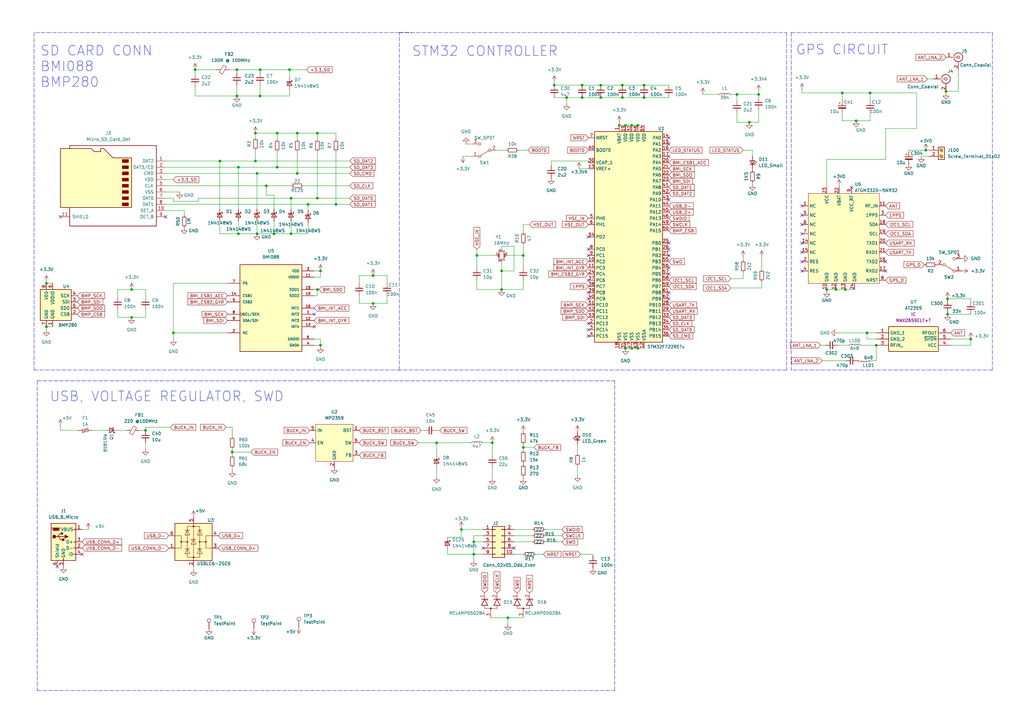
<source format=kicad_sch>
(kicad_sch (version 20211123) (generator eeschema)
  (paper "A3")
  (title_block (title "KALMAN FILTER - KRN") (date "15-07-2023") (rev "0.0.00.01 ") (company "VISHWA VJTI"))
  (lib_symbols
    (symbol "AT2359_LNA:AT2359"
      (property "Value" "AT2359" (at 1.27 3.81 0))
      (property "Reference_1" "IC" (at 26.67 7.62 0))
      (property "Value_1" "MAX2659ELT+T" (at 26.67 5.08 0))
      (symbol "AT2359_1_1"
        (pin passive line (at 0 0 0) (length 5.08) (name "GND_1") (number "1"))
        (pin passive line (at 0 -2.54 0) (length 5.08) (name "GND_2") (number "2"))
        (pin passive line (at 0 -5.08 0) (length 5.08) (name "RFIN_") (number "3"))
        (pin passive line (at 30.48 -5.08 180) (length 5.08) (name "VCC") (number "4"))
        (pin passive line (at 30.48 -2.54 180) (length 5.08) (name "~{SHDN}") (number "5"))
        (pin passive line (at 30.48 0 180) (length 5.08) (name "RFOUT") (number "6"))
      )
    )
    (symbol "ATGM332D_5NR32:ATGM332D-5NR32"
      (property "Reference" "U" (at -1.27 -1.27 0))
      (property "Value" "ATGM332D-5NR32" (at -1.27 2.54 0))
      (symbol "ATGM332D-5NR32_1_1"
        (pin input line (at -17.78 12.7 0) (length 2.54) (name "NC") (number "1"))
        (pin power_in line (at -7.62 -21.59 90) (length 2.54) (name "GND") (number "10"))
        (pin input line (at 16.51 12.7 180) (length 2.54) (name "RF_IN") (number "11"))
        (pin power_in line (at -3.81 -21.59 90) (length 2.54) (name "GND") (number "12"))
        (pin power_in line (at 0 -21.59 90) (length 2.54) (name "GND") (number "13"))
        (pin input line (at -17.78 -2.54 0) (length 2.54) (name "NC") (number "14"))
        (pin input line (at -17.78 -6.35 0) (length 2.54) (name "NC") (number "15"))
        (pin output line (at 16.51 -10.16 180) (length 2.54) (name "TXD2") (number "16"))
        (pin input line (at 16.51 -13.97 180) (length 2.54) (name "RXD2") (number "17"))
        (pin input line (at 16.51 5.08 180) (length 2.54) (name "SDA") (number "18"))
        (pin input line (at 16.51 1.27 180) (length 2.54) (name "SCL") (number "19"))
        (pin input line (at -17.78 -10.16 0) (length 2.54) (name "RES") (number "2"))
        (pin output line (at 16.51 -2.54 180) (length 2.54) (name "TXD1") (number "20"))
        (pin input line (at 16.51 -6.35 180) (length 2.54) (name "RXD1") (number "21"))
        (pin power_in line (at -2.54 20.32 270) (length 2.54) (name "VBAT") (number "22"))
        (pin power_in line (at -7.62 20.32 270) (length 2.54) (name "VCC") (number "23"))
        (pin power_in line (at 3.81 -21.59 90) (length 2.54) (name "GND") (number "24"))
        (pin input line (at 16.51 8.89 180) (length 2.54) (name "1PPS") (number "3"))
        (pin input line (at -17.78 -13.97 0) (length 2.54) (name "RES") (number "4"))
        (pin input line (at -17.78 8.89 0) (length 2.54) (name "NC") (number "5"))
        (pin input line (at -17.78 5.08 0) (length 2.54) (name "NC") (number "6"))
        (pin input line (at -17.78 1.27 0) (length 2.54) (name "NC") (number "7"))
        (pin input line (at 16.51 -17.78 180) (length 2.54) (name "NRST") (number "8"))
        (pin power_in line (at 2.54 20.32 270) (length 2.54) (name "VCC_RF") (number "9"))
      )
    )
    (symbol "BMI_lib:BMI088" (pin_names (offset 1.016))
      (property "Reference" "U" (at -12.7 18.415 0))
      (property "Value" "BMI088" (at -12.7 -20.32 0))
      (symbol "BMI088_0_0"
        (pin bidirectional line (at 17.78 -2.54 180) (length 5.08) (name "INT2") (number "1"))
        (pin output line (at 17.78 5.08 180) (length 5.08) (name "SDO2") (number "10"))
        (pin power_in line (at 17.78 12.7 180) (length 5.08) (name "VDDIO") (number "11"))
        (pin bidirectional line (at 17.78 -5.08 180) (length 5.08) (name "INT3") (number "12"))
        (pin bidirectional line (at 17.78 -7.62 180) (length 5.08) (name "INT4") (number "13"))
        (pin input line (at -17.78 5.08 0) (length 5.08) (name "CSB1") (number "14"))
        (pin output line (at 17.78 7.62 180) (length 5.08) (name "SDO1") (number "15"))
        (pin bidirectional line (at 17.78 0 180) (length 5.08) (name "INT1") (number "16"))
        (pin passive line (at -17.78 -10.16 0) (length 5.08) (name "NC") (number "2"))
        (pin power_in line (at 17.78 15.24 180) (length 5.08) (name "VDD") (number "3"))
        (pin power_in line (at 17.78 -15.24 180) (length 5.08) (name "GNDA") (number "4"))
        (pin input line (at -17.78 2.54 0) (length 5.08) (name "CSB2") (number "5"))
        (pin power_in line (at 17.78 -12.7 180) (length 5.08) (name "GNDIO") (number "6"))
        (pin input line (at -17.78 10.16 0) (length 5.08) (name "PS") (number "7"))
        (pin input clock (at -17.78 -2.54 0) (length 5.08) (name "SCL/SCK") (number "8"))
        (pin bidirectional line (at -17.78 -5.08 0) (length 5.08) (name "SDA/SDI") (number "9"))
      )
    )
    (symbol "Connector:Conn_Coaxial" (pin_names (offset 1.016) hide)
      (property "Reference" "J" (at 0.254 3.048 0))
      (property "Value" "Conn_Coaxial" (at 2.921 0 90))
      (symbol "Conn_Coaxial_1_1"
        (pin passive line (at -5.08 0 0) (length 2.54) (name "In") (number "1"))
        (pin passive line (at 0 -5.08 90) (length 2.54) (name "Ext") (number "2"))
      )
    )
    (symbol "Connector:Micro_SD_Card_Det" (pin_names (offset 1.016))
      (property "Reference" "J" (at -16.51 17.78 0))
      (property "Value" "Micro_SD_Card_Det" (at 16.51 17.78 0))
      (symbol "Micro_SD_Card_Det_1_1"
        (pin bidirectional line (at -22.86 10.16 0) (length 3.81) (name "DAT2") (number "1"))
        (pin passive line (at -22.86 -10.16 0) (length 3.81) (name "DET_A") (number "10"))
        (pin passive line (at 20.32 -12.7 180) (length 3.81) (name "SHIELD") (number "11"))
        (pin bidirectional line (at -22.86 7.62 0) (length 3.81) (name "DAT3/CD") (number "2"))
        (pin input line (at -22.86 5.08 0) (length 3.81) (name "CMD") (number "3"))
        (pin power_in line (at -22.86 2.54 0) (length 3.81) (name "VDD") (number "4"))
        (pin input line (at -22.86 0 0) (length 3.81) (name "CLK") (number "5"))
        (pin power_in line (at -22.86 -2.54 0) (length 3.81) (name "VSS") (number "6"))
        (pin bidirectional line (at -22.86 -5.08 0) (length 3.81) (name "DAT0") (number "7"))
        (pin bidirectional line (at -22.86 -7.62 0) (length 3.81) (name "DAT1") (number "8"))
        (pin passive line (at -22.86 -12.7 0) (length 3.81) (name "DET_B") (number "9"))
      )
    )
    (symbol "Connector:Screw_Terminal_01x02" (pin_names (offset 1.016) hide)
      (property "Reference" "J" (at 0 2.54 0))
      (property "Value" "Screw_Terminal_01x02" (at 0 -5.08 0))
      (symbol "Screw_Terminal_01x02_1_1"
        (pin passive line (at -5.08 0 0) (length 3.81) (name "Pin_1") (number "1"))
        (pin passive line (at -5.08 -2.54 0) (length 3.81) (name "Pin_2") (number "2"))
      )
    )
    (symbol "Connector:TestPoint" (pin_numbers hide) (pin_names (offset 0.762) hide)
      (property "Reference" "TP" (at 0 6.858 0))
      (property "Value" "TestPoint" (at 0 5.08 0))
      (symbol "TestPoint_1_1"
        (pin passive line (at 0 0 90) (length 2.54) (name "1") (number "1"))
      )
    )
    (symbol "Connector:USB_B_Micro" (pin_names (offset 1.016))
      (property "Reference" "J" (at -5.08 11.43 0))
      (property "Value" "USB_B_Micro" (at -5.08 8.89 0))
      (symbol "USB_B_Micro_1_1"
        (pin power_out line (at 7.62 5.08 180) (length 2.54) (name "VBUS") (number "1"))
        (pin bidirectional line (at 7.62 -2.54 180) (length 2.54) (name "D-") (number "2"))
        (pin bidirectional line (at 7.62 0 180) (length 2.54) (name "D+") (number "3"))
        (pin passive line (at 7.62 -5.08 180) (length 2.54) (name "ID") (number "4"))
        (pin power_out line (at 0 -10.16 90) (length 2.54) (name "GND") (number "5"))
        (pin passive line (at -2.54 -10.16 90) (length 2.54) (name "Shield") (number "6"))
      )
    )
    (symbol "Connector_Generic:Conn_02x05_Odd_Even" (pin_names (offset 1.016) hide)
      (property "Reference" "J" (at 1.27 7.62 0))
      (property "Value" "Conn_02x05_Odd_Even" (at 1.27 -7.62 0))
      (symbol "Conn_02x05_Odd_Even_1_1"
        (pin passive line (at -5.08 5.08 0) (length 3.81) (name "Pin_1") (number "1"))
        (pin passive line (at 7.62 -5.08 180) (length 3.81) (name "Pin_10") (number "10"))
        (pin passive line (at 7.62 5.08 180) (length 3.81) (name "Pin_2") (number "2"))
        (pin passive line (at -5.08 2.54 0) (length 3.81) (name "Pin_3") (number "3"))
        (pin passive line (at 7.62 2.54 180) (length 3.81) (name "Pin_4") (number "4"))
        (pin passive line (at -5.08 0 0) (length 3.81) (name "Pin_5") (number "5"))
        (pin passive line (at 7.62 0 180) (length 3.81) (name "Pin_6") (number "6"))
        (pin passive line (at -5.08 -2.54 0) (length 3.81) (name "Pin_7") (number "7"))
        (pin passive line (at 7.62 -2.54 180) (length 3.81) (name "Pin_8") (number "8"))
        (pin passive line (at -5.08 -5.08 0) (length 3.81) (name "Pin_9") (number "9"))
      )
    )
    (symbol "Device:C_Polarized_Small" (pin_numbers hide) (pin_names (offset 0.254) hide)
      (property "Reference" "C" (at 0.254 1.778 0))
      (property "Value" "C_Polarized_Small" (at 0.254 -2.032 0))
      (symbol "C_Polarized_Small_1_1"
        (pin passive line (at 0 2.54 270) (length 1.8542) (name "~") (number "1"))
        (pin passive line (at 0 -2.54 90) (length 1.8542) (name "~") (number "2"))
      )
    )
    (symbol "Device:C_Small" (pin_numbers hide) (pin_names (offset 0.254) hide)
      (property "Reference" "C" (at 0.254 1.778 0))
      (property "Value" "C_Small" (at 0.254 -2.032 0))
      (symbol "C_Small_1_1"
        (pin passive line (at 0 2.54 270) (length 2.032) (name "~") (number "1"))
        (pin passive line (at 0 -2.54 90) (length 2.032) (name "~") (number "2"))
      )
    )
    (symbol "Device:Crystal_GND24_Small" (pin_names (offset 1.016) hide)
      (property "Reference" "Y" (at 1.27 4.445 0))
      (property "Value" "Crystal_GND24_Small" (at 1.27 2.54 0))
      (symbol "Crystal_GND24_Small_1_1"
        (pin passive line (at -2.54 0 0) (length 1.27) (name "1") (number "1"))
        (pin passive line (at 0 -2.54 90) (length 0.635) (name "2") (number "2"))
        (pin passive line (at 2.54 0 180) (length 1.27) (name "3") (number "3"))
        (pin passive line (at 0 2.54 270) (length 0.635) (name "4") (number "4"))
      )
    )
    (symbol "Device:D_Schottky_Small" (pin_numbers hide) (pin_names (offset 0.254) hide)
      (property "Reference" "D" (at -1.27 2.032 0))
      (property "Value" "D_Schottky_Small" (at -7.112 -2.032 0))
      (symbol "D_Schottky_Small_1_1"
        (pin passive line (at -2.54 0 0) (length 1.778) (name "K") (number "1"))
        (pin passive line (at 2.54 0 180) (length 1.778) (name "A") (number "2"))
      )
    )
    (symbol "Device:FerriteBead_Small" (pin_numbers hide) (pin_names (offset 0))
      (property "Reference" "FB" (at 1.905 1.27 0))
      (property "Value" "FerriteBead_Small" (at 1.905 -1.27 0))
      (symbol "FerriteBead_Small_1_1"
        (pin passive line (at 0 2.54 270) (length 1.27) (name "~") (number "1"))
        (pin passive line (at 0 -2.54 90) (length 1.27) (name "~") (number "2"))
      )
    )
    (symbol "Device:LED_Small" (pin_numbers hide) (pin_names (offset 0.254) hide)
      (property "Reference" "D" (at -1.27 3.175 0))
      (property "Value" "LED_Small" (at -4.445 -2.54 0))
      (symbol "LED_Small_1_1"
        (pin passive line (at -2.54 0 0) (length 1.778) (name "K") (number "1"))
        (pin passive line (at 2.54 0 180) (length 1.778) (name "A") (number "2"))
      )
    )
    (symbol "Device:L_Small" (pin_numbers hide) (pin_names (offset 0.254) hide)
      (property "Reference" "L" (at 0.762 1.016 0))
      (property "Value" "L_Small" (at 0.762 -1.016 0))
      (symbol "L_Small_1_1"
        (pin passive line (at 0 2.54 270) (length 0.508) (name "~") (number "1"))
        (pin passive line (at 0 -2.54 90) (length 0.508) (name "~") (number "2"))
      )
    )
    (symbol "Device:Polyfuse_Small" (pin_numbers hide) (pin_names (offset 0))
      (property "Reference" "F" (at -1.905 0 90))
      (property "Value" "Polyfuse_Small" (at 1.905 0 90))
      (symbol "Polyfuse_Small_1_1"
        (pin passive line (at 0 2.54 270) (length 0.635) (name "~") (number "1"))
        (pin passive line (at 0 -2.54 90) (length 0.635) (name "~") (number "2"))
      )
    )
    (symbol "Device:R_Small" (pin_numbers hide) (pin_names (offset 0.254) hide)
      (property "Reference" "R" (at 0.762 0.508 0))
      (property "Value" "R_Small" (at 0.762 -1.016 0))
      (symbol "R_Small_1_1"
        (pin passive line (at 0 2.54 270) (length 0.762) (name "~") (number "1"))
        (pin passive line (at 0 -2.54 90) (length 0.762) (name "~") (number "2"))
      )
    )
    (symbol "MCU_ST_STM32F7:STM32F722RETx"
      (property "Reference" "U" (at -15.24 44.45 0))
      (property "Value" "STM32F722RETx" (at 7.62 44.45 0))
      (symbol "STM32F722RETx_1_1"
        (pin power_in line (at -5.08 45.72 270) (length 2.54) (name "VBAT") (number "1"))
        (pin bidirectional line (at -17.78 -10.16 0) (length 2.54) (name "PC2") (number "10"))
        (pin bidirectional line (at -17.78 -12.7 0) (length 2.54) (name "PC3") (number "11"))
        (pin power_in line (at 5.08 -45.72 90) (length 2.54) (name "VSSA") (number "12"))
        (pin power_in line (at -17.78 27.94 0) (length 2.54) (name "VREF+") (number "13"))
        (pin bidirectional line (at 15.24 40.64 180) (length 2.54) (name "PA0") (number "14"))
        (pin bidirectional line (at 15.24 38.1 180) (length 2.54) (name "PA1") (number "15"))
        (pin bidirectional line (at 15.24 35.56 180) (length 2.54) (name "PA2") (number "16"))
        (pin bidirectional line (at 15.24 33.02 180) (length 2.54) (name "PA3") (number "17"))
        (pin power_in line (at -5.08 -45.72 90) (length 2.54) (name "VSS") (number "18"))
        (pin power_in line (at -2.54 45.72 270) (length 2.54) (name "VDD") (number "19"))
        (pin bidirectional line (at -17.78 -35.56 0) (length 2.54) (name "PC13") (number "2"))
        (pin bidirectional line (at 15.24 30.48 180) (length 2.54) (name "PA4") (number "20"))
        (pin bidirectional line (at 15.24 27.94 180) (length 2.54) (name "PA5") (number "21"))
        (pin bidirectional line (at 15.24 25.4 180) (length 2.54) (name "PA6") (number "22"))
        (pin bidirectional line (at 15.24 22.86 180) (length 2.54) (name "PA7") (number "23"))
        (pin bidirectional line (at -17.78 -15.24 0) (length 2.54) (name "PC4") (number "24"))
        (pin bidirectional line (at 15.24 -2.54 180) (length 2.54) (name "PB0") (number "25"))
        (pin bidirectional line (at 15.24 -5.08 180) (length 2.54) (name "PB1") (number "26"))
        (pin bidirectional line (at 15.24 -7.62 180) (length 2.54) (name "PB2") (number "27"))
        (pin bidirectional line (at 15.24 -27.94 180) (length 2.54) (name "PB10") (number "28"))
        (pin bidirectional line (at 15.24 -30.48 180) (length 2.54) (name "PB11") (number "29"))
        (pin bidirectional line (at -17.78 -38.1 0) (length 2.54) (name "PC14") (number "3"))
        (pin power_in line (at -17.78 30.48 0) (length 2.54) (name "VCAP_1") (number "30"))
        (pin power_in line (at -2.54 -45.72 90) (length 2.54) (name "VSS") (number "31"))
        (pin power_in line (at 0 45.72 270) (length 2.54) (name "VDD") (number "32"))
        (pin bidirectional line (at 15.24 -33.02 180) (length 2.54) (name "PB12") (number "33"))
        (pin bidirectional line (at 15.24 -35.56 180) (length 2.54) (name "PB13") (number "34"))
        (pin bidirectional line (at 15.24 -38.1 180) (length 2.54) (name "PB14") (number "35"))
        (pin bidirectional line (at 15.24 -40.64 180) (length 2.54) (name "PB15") (number "36"))
        (pin bidirectional line (at -17.78 -17.78 0) (length 2.54) (name "PC6") (number "37"))
        (pin bidirectional line (at -17.78 -20.32 0) (length 2.54) (name "PC7") (number "38"))
        (pin bidirectional line (at -17.78 -22.86 0) (length 2.54) (name "PC8") (number "39"))
        (pin bidirectional line (at -17.78 -40.64 0) (length 2.54) (name "PC15") (number "4"))
        (pin bidirectional line (at -17.78 -25.4 0) (length 2.54) (name "PC9") (number "40"))
        (pin bidirectional line (at 15.24 20.32 180) (length 2.54) (name "PA8") (number "41"))
        (pin bidirectional line (at 15.24 17.78 180) (length 2.54) (name "PA9") (number "42"))
        (pin bidirectional line (at 15.24 15.24 180) (length 2.54) (name "PA10") (number "43"))
        (pin bidirectional line (at 15.24 12.7 180) (length 2.54) (name "PA11") (number "44"))
        (pin bidirectional line (at 15.24 10.16 180) (length 2.54) (name "PA12") (number "45"))
        (pin bidirectional line (at 15.24 7.62 180) (length 2.54) (name "PA13") (number "46"))
        (pin power_in line (at 0 -45.72 90) (length 2.54) (name "VSS") (number "47"))
        (pin power_in line (at 2.54 45.72 270) (length 2.54) (name "VDD") (number "48"))
        (pin bidirectional line (at 15.24 5.08 180) (length 2.54) (name "PA14") (number "49"))
        (pin input line (at -17.78 7.62 0) (length 2.54) (name "PH0") (number "5"))
        (pin bidirectional line (at 15.24 2.54 180) (length 2.54) (name "PA15") (number "50"))
        (pin bidirectional line (at -17.78 -27.94 0) (length 2.54) (name "PC10") (number "51"))
        (pin bidirectional line (at -17.78 -30.48 0) (length 2.54) (name "PC11") (number "52"))
        (pin bidirectional line (at -17.78 -33.02 0) (length 2.54) (name "PC12") (number "53"))
        (pin bidirectional line (at -17.78 0 0) (length 2.54) (name "PD2") (number "54"))
        (pin bidirectional line (at 15.24 -10.16 180) (length 2.54) (name "PB3") (number "55"))
        (pin bidirectional line (at 15.24 -12.7 180) (length 2.54) (name "PB4") (number "56"))
        (pin bidirectional line (at 15.24 -15.24 180) (length 2.54) (name "PB5") (number "57"))
        (pin bidirectional line (at 15.24 -17.78 180) (length 2.54) (name "PB6") (number "58"))
        (pin bidirectional line (at 15.24 -20.32 180) (length 2.54) (name "PB7") (number "59"))
        (pin input line (at -17.78 5.08 0) (length 2.54) (name "PH1") (number "6"))
        (pin input line (at -17.78 35.56 0) (length 2.54) (name "BOOT0") (number "60"))
        (pin bidirectional line (at 15.24 -22.86 180) (length 2.54) (name "PB8") (number "61"))
        (pin bidirectional line (at 15.24 -25.4 180) (length 2.54) (name "PB9") (number "62"))
        (pin power_in line (at 2.54 -45.72 90) (length 2.54) (name "VSS") (number "63"))
        (pin power_in line (at 5.08 45.72 270) (length 2.54) (name "VDD") (number "64"))
        (pin input line (at -17.78 40.64 0) (length 2.54) (name "NRST") (number "7"))
        (pin bidirectional line (at -17.78 -5.08 0) (length 2.54) (name "PC0") (number "8"))
        (pin bidirectional line (at -17.78 -7.62 0) (length 2.54) (name "PC1") (number "9"))
      )
    )
    (symbol "Power_Protection:RCLAMP0502BA" (pin_names hide)
      (property "Reference" "D" (at 0 5.08 0))
      (property "Value" "RCLAMP0502BA" (at 0 -5.08 0))
      (symbol "RCLAMP0502BA_0_1"
        (pin passive line (at -5.08 0 0) (length 2.54) (name "A") (number "3"))
      )
      (symbol "RCLAMP0502BA_1_1"
        (pin passive line (at 5.08 2.54 180) (length 2.54) (name "K1") (number "1"))
        (pin passive line (at 5.08 -2.54 180) (length 2.54) (name "K2") (number "2"))
      )
    )
    (symbol "Power_Protection:USBLC6-2SC6" (pin_names hide)
      (property "Reference" "U" (at 2.54 8.89 0))
      (property "Value" "USBLC6-2SC6" (at 2.54 -8.89 0))
      (symbol "USBLC6-2SC6_1_1"
        (pin passive line (at -10.16 -2.54 0) (length 2.54) (name "I/O1") (number "1"))
        (pin passive line (at 0 -10.16 90) (length 2.54) (name "GND") (number "2"))
        (pin passive line (at 10.16 -2.54 180) (length 2.54) (name "I/O2") (number "3"))
        (pin passive line (at 10.16 2.54 180) (length 2.54) (name "I/O2") (number "4"))
        (pin passive line (at 0 10.16 270) (length 2.54) (name "VBUS") (number "5"))
        (pin passive line (at -10.16 2.54 0) (length 2.54) (name "I/O1") (number "6"))
      )
    )
    (symbol "Sensor_Pressure:BMP280"
      (property "Reference" "U" (at -7.62 10.16 0))
      (property "Value" "BMP280" (at 5.08 10.16 0))
      (symbol "BMP280_1_1"
        (pin power_in line (at 0 -7.62 90) (length 2.54) (name "GND") (number "1"))
        (pin input line (at -10.16 -2.54 0) (length 2.54) (name "CSB") (number "2"))
        (pin bidirectional line (at -10.16 2.54 0) (length 2.54) (name "SDI") (number "3"))
        (pin input line (at -10.16 5.08 0) (length 2.54) (name "SCK") (number "4"))
        (pin bidirectional line (at -10.16 0 0) (length 2.54) (name "SDO") (number "5"))
        (pin power_in line (at 0 10.16 270) (length 2.54) (name "VDDIO") (number "6"))
        (pin power_in line (at 2.54 -7.62 90) (length 2.54) (name "GND") (number "7"))
        (pin power_in line (at 2.54 10.16 270) (length 2.54) (name "VDD") (number "8"))
      )
    )
    (symbol "Switch:SW_SPDT" (pin_names (offset 0) hide)
      (property "Reference" "SW" (at 0 4.318 0))
      (property "Value" "SW_SPDT" (at 0 -5.08 0))
      (symbol "SW_SPDT_1_1"
        (pin passive line (at 5.08 2.54 180) (length 2.54) (name "A") (number "1"))
        (pin passive line (at -5.08 0 0) (length 2.54) (name "B") (number "2"))
        (pin passive line (at 5.08 -2.54 180) (length 2.54) (name "C") (number "3"))
      )
    )
    (symbol "YOOOO:MP2359"
      (property "Reference" "U" (at -5.08 7.62 0))
      (property "Value" "MP2359" (at 5.08 -12.7 0))
      (symbol "MP2359_1_1"
        (pin input line (at 10.16 2.54 180) (length 2.54) (name "BST") (number "1"))
        (pin input line (at 0 -12.7 90) (length 2.54) (name "GND") (number "2"))
        (pin input line (at 10.16 -7.62 180) (length 2.54) (name "FB") (number "3"))
        (pin input line (at -10.16 -2.54 0) (length 2.54) (name "EN") (number "4"))
        (pin input line (at -10.16 2.54 0) (length 2.54) (name "IN") (number "5"))
        (pin input line (at 10.16 -2.54 180) (length 2.54) (name "SW") (number "6"))
      )
    )
    (symbol "power:+3.3V" (power) (pin_names (offset 0))
      (property "Value" "+3.3V" (at 0 3.556 0))
      (symbol "+3.3V_1_1"
        (pin power_in line (at 0 0 90) (length 0) hide (name "+3.3V") (number "1"))
      )
    )
    (symbol "power:+3.3VA" (power) (pin_names (offset 0))
      (property "Value" "+3.3VA" (at 0 3.556 0))
      (symbol "+3.3VA_1_1"
        (pin power_in line (at 0 0 90) (length 0) hide (name "+3.3VA") (number "1"))
      )
    )
    (symbol "power:+3V0" (power) (pin_names (offset 0))
      (property "Value" "+3V0" (at 0 3.556 0))
      (symbol "+3V0_1_1"
        (pin power_in line (at 0 0 90) (length 0) hide (name "+3V0") (number "1"))
      )
    )
    (symbol "power:+5V" (power) (pin_names (offset 0))
      (property "Value" "+5V" (at 0 3.556 0))
      (symbol "+5V_1_1"
        (pin power_in line (at 0 0 90) (length 0) hide (name "+5V") (number "1"))
      )
    )
    (symbol "power:GND" (power) (pin_names (offset 0))
      (property "Value" "GND" (at 0 -3.81 0))
      (symbol "GND_1_1"
        (pin power_in line (at 0 0 270) (length 0) hide (name "GND") (number "1"))
      )
    )
  )
  (junction (at 246.38 34.925))
  (junction (at 261.62 51.435))
  (junction (at 346.71 118.745))
  (junction (at 214.63 104.775))
  (junction (at 254 51.435))
  (junction (at 345.44 38.1))
  (junction (at 238.76 40.005))
  (junction (at 71.12 136.525))
  (junction (at 131.445 141.605))
  (junction (at 246.38 40.005))
  (junction (at 95.25 185.42))
  (junction (at 126.365 83.82))
  (junction (at 104.775 54.61))
  (junction (at 214.63 183.515))
  (junction (at 205.74 118.745))
  (junction (at 388.62 122.555))
  (junction (at 259.08 142.875))
  (junction (at 387.985 37.465))
  (junction (at 106.68 39.37))
  (junction (at 195.58 104.775))
  (junction (at 19.05 116.205))
  (junction (at 264.16 34.925))
  (junction (at 112.395 95.885))
  (junction (at 398.145 139.065))
  (junction (at 130.175 118.745))
  (junction (at 59.69 176.53))
  (junction (at 153.035 113.03))
  (junction (at 53.975 130.175))
  (junction (at 342.9 118.745))
  (junction (at 105.41 95.885))
  (junction (at 194.31 227.33))
  (junction (at 356.87 38.1))
  (junction (at 130.175 81.28))
  (junction (at 232.41 40.005))
  (junction (at 261.62 142.875))
  (junction (at 97.155 39.37))
  (junction (at 255.27 40.005))
  (junction (at 118.745 28.575))
  (junction (at 256.54 142.875))
  (junction (at 255.27 34.925))
  (junction (at 205.74 111.125))
  (junction (at 121.92 54.61))
  (junction (at 256.54 51.435))
  (junction (at 97.79 68.58))
  (junction (at 119.38 81.28))
  (junction (at 201.93 181.61))
  (junction (at 97.155 28.575))
  (junction (at 153.035 124.46))
  (junction (at 264.16 40.005))
  (junction (at 104.775 66.04))
  (junction (at 97.79 95.885))
  (junction (at 189.23 217.17))
  (junction (at 302.26 38.735))
  (junction (at 113.665 68.58))
  (junction (at 131.445 111.125))
  (junction (at 106.68 28.575))
  (junction (at 80.01 28.575))
  (junction (at 388.62 128.905))
  (junction (at 109.22 76.2))
  (junction (at 119.38 95.885))
  (junction (at 179.07 181.61))
  (junction (at 90.17 66.04))
  (junction (at 238.76 34.925))
  (junction (at 208.28 253.365))
  (junction (at 355.6 136.525))
  (junction (at 311.15 38.735))
  (junction (at 339.09 118.745))
  (junction (at 137.795 83.82))
  (junction (at 53.975 118.745))
  (junction (at 121.92 71.12))
  (junction (at 105.41 71.12))
  (junction (at 19.05 133.985))
  (junction (at 227.33 34.925))
  (junction (at 194.31 222.25))
  (junction (at 351.155 49.53))
  (junction (at 379.73 61.595))
  (junction (at 359.41 141.605))
  (junction (at 130.175 54.61))
  (junction (at 113.665 54.61))
  (junction (at 307.34 50.165))
  (junction (at 259.08 51.435))
  (no_connect (at 67.945 88.9))
  (no_connect (at 274.32 81.915))
  (no_connect (at 274.32 64.135))
  (no_connect (at 274.32 59.055))
  (no_connect (at 274.32 99.695))
  (no_connect (at 274.32 109.855))
  (no_connect (at 274.32 112.395))
  (no_connect (at 363.22 107.315))
  (no_connect (at 363.22 111.125))
  (no_connect (at 198.12 224.79))
  (no_connect (at 274.32 56.515))
  (no_connect (at 241.3 132.715))
  (no_connect (at 241.3 137.795))
  (no_connect (at 328.93 84.455))
  (no_connect (at 328.93 92.075))
  (no_connect (at 328.93 88.265))
  (no_connect (at 328.93 95.885))
  (no_connect (at 328.93 99.695))
  (no_connect (at 328.93 107.315))
  (no_connect (at 328.93 103.505))
  (no_connect (at 328.93 111.125))
  (no_connect (at 23.495 232.41))
  (no_connect (at 241.3 120.015))
  (no_connect (at 241.3 135.255))
  (no_connect (at 349.25 76.835))
  (no_connect (at 241.3 122.555))
  (no_connect (at 33.655 227.33))
  (no_connect (at 24.765 88.9))
  (no_connect (at 274.32 104.775))
  (no_connect (at 241.3 104.775))
  (no_connect (at 210.82 224.79))
  (no_connect (at 241.3 97.155))
  (no_connect (at 274.32 122.555))
  (no_connect (at 274.32 120.015))
  (no_connect (at 241.3 102.235))
  (no_connect (at 128.905 128.905))
  (no_connect (at 128.905 133.985))
  (no_connect (at 274.32 102.235))
  (no_connect (at 241.3 114.935))
  (wire (pts (xy 345.44 49.53) (xy 351.155 49.53)))
  (wire (pts (xy 264.16 40.005) (xy 274.32 40.005)))
  (wire (pts (xy 189.23 216.535) (xy 189.23 217.17)))
  (wire (pts (xy 105.41 71.12) (xy 121.92 71.12)))
  (polyline (pts (xy 163.83 151.765) (xy 163.83 13.335)))
  (wire (pts (xy 193.675 64.135) (xy 189.865 64.135)))
  (wire (pts (xy 195.58 118.745) (xy 205.74 118.745)))
  (wire (pts (xy 218.44 222.25) (xy 210.82 222.25)))
  (wire (pts (xy 195.58 102.235) (xy 195.58 104.775)))
  (wire (pts (xy 311.15 50.165) (xy 307.34 50.165)))
  (wire (pts (xy 71.12 73.66) (xy 67.945 73.66)))
  (wire (pts (xy 57.15 176.53) (xy 59.69 176.53)))
  (wire (pts (xy 128.905 113.665) (xy 131.445 113.665)))
  (wire (pts (xy 372.745 62.23) (xy 372.745 61.595)))
  (wire (pts (xy 219.71 227.33) (xy 222.885 227.33)))
  (wire (pts (xy 137.795 83.82) (xy 143.51 83.82)))
  (wire (pts (xy 205.74 118.745) (xy 214.63 118.745)))
  (wire (pts (xy 24.765 176.53) (xy 24.765 174.625)))
  (wire (pts (xy 359.41 141.605) (xy 359.41 147.955)))
  (wire (pts (xy 183.515 227.33) (xy 194.31 227.33)))
  (wire (pts (xy 189.23 217.17) (xy 198.12 217.17)))
  (wire (pts (xy 48.26 176.53) (xy 52.07 176.53)))
  (wire (pts (xy 254 51.435) (xy 256.54 51.435)))
  (wire (pts (xy 95.25 175.26) (xy 95.25 179.07)))
  (wire (pts (xy 131.445 142.24) (xy 131.445 141.605)))
  (wire (pts (xy 106.68 39.37) (xy 118.745 39.37)))
  (wire (pts (xy 304.8 61.595) (xy 308.61 61.595)))
  (wire (pts (xy 171.45 181.61) (xy 179.07 181.61)))
  (wire (pts (xy 380.365 32.385) (xy 382.905 32.385)))
  (wire (pts (xy 308.61 69.215) (xy 308.61 69.85)))
  (wire (pts (xy 105.41 90.805) (xy 105.41 95.885)))
  (wire (pts (xy 363.22 52.705) (xy 363.22 65.405)))
  (wire (pts (xy 121.92 57.15) (xy 121.92 54.61)))
  (wire (pts (xy 363.22 52.705) (xy 375.92 52.705)))
  (wire (pts (xy 79.375 232.41) (xy 79.375 233.68)))
  (wire (pts (xy 126.365 91.44) (xy 126.365 95.885)))
  (wire (pts (xy 230.505 219.71) (xy 223.52 219.71)))
  (wire (pts (xy 230.505 217.17) (xy 223.52 217.17)))
  (wire (pts (xy 59.69 127) (xy 59.69 130.175)))
  (wire (pts (xy 307.34 50.165) (xy 302.26 50.165)))
  (wire (pts (xy 214.63 182.245) (xy 214.63 183.515)))
  (wire (pts (xy 121.92 62.23) (xy 121.92 71.12)))
  (wire (pts (xy 232.41 40.005) (xy 238.76 40.005)))
  (wire (pts (xy 48.26 127) (xy 48.26 130.175)))
  (wire (pts (xy 236.855 182.245) (xy 236.855 186.055)))
  (wire (pts (xy 102.87 185.42) (xy 95.25 185.42)))
  (wire (pts (xy 393.065 37.465) (xy 387.985 37.465)))
  (wire (pts (xy 67.945 76.2) (xy 109.22 76.2)))
  (wire (pts (xy 128.905 139.065) (xy 131.445 139.065)))
  (wire (pts (xy 254 50.165) (xy 254 51.435)))
  (polyline (pts (xy 322.58 151.765) (xy 163.83 151.765)))
  (wire (pts (xy 19.05 115.57) (xy 19.05 116.205)))
  (wire (pts (xy 121.92 71.12) (xy 143.51 71.12)))
  (wire (pts (xy 226.06 66.04) (xy 241.3 66.04)))
  (wire (pts (xy 67.945 71.12) (xy 105.41 71.12)))
  (wire (pts (xy 36.195 217.17) (xy 33.655 217.17)))
  (wire (pts (xy 75.565 88.265) (xy 75.565 86.36)))
  (polyline (pts (xy 324.485 13.335) (xy 324.485 151.765)))
  (wire (pts (xy 109.22 80.01) (xy 109.22 76.2)))
  (wire (pts (xy 179.07 191.77) (xy 179.07 195.58)))
  (wire (pts (xy 302.26 50.165) (xy 302.26 46.355)))
  (wire (pts (xy 236.855 191.135) (xy 236.855 194.945)))
  (wire (pts (xy 379.73 61.595) (xy 381 61.595)))
  (wire (pts (xy 356.87 147.955) (xy 359.41 147.955)))
  (wire (pts (xy 158.75 121.285) (xy 158.75 124.46)))
  (wire (pts (xy 97.79 68.58) (xy 97.79 85.725)))
  (wire (pts (xy 339.09 118.745) (xy 339.09 119.38)))
  (wire (pts (xy 256.54 142.875) (xy 259.08 142.875)))
  (wire (pts (xy 312.42 118.11) (xy 312.42 115.57)))
  (wire (pts (xy 194.31 222.25) (xy 194.31 219.71)))
  (wire (pts (xy 112.395 80.01) (xy 109.22 80.01)))
  (wire (pts (xy 299.72 38.735) (xy 302.26 38.735)))
  (wire (pts (xy 208.28 253.365) (xy 208.28 255.905)))
  (wire (pts (xy 128.905 111.125) (xy 131.445 111.125)))
  (wire (pts (xy 214.63 183.515) (xy 214.63 184.785)))
  (wire (pts (xy 372.745 61.595) (xy 379.73 61.595)))
  (wire (pts (xy 71.12 82.55) (xy 81.28 82.55)))
  (polyline (pts (xy 13.97 151.765) (xy 163.83 151.765)))
  (wire (pts (xy 227.33 34.925) (xy 238.76 34.925)))
  (wire (pts (xy 259.08 142.875) (xy 261.62 142.875)))
  (wire (pts (xy 93.98 28.575) (xy 97.155 28.575)))
  (wire (pts (xy 237.49 69.215) (xy 241.3 69.215)))
  (polyline (pts (xy 163.83 13.335) (xy 168.91 13.335)))
  (wire (pts (xy 339.09 65.405) (xy 363.22 65.405)))
  (wire (pts (xy 288.29 38.735) (xy 294.64 38.735)))
  (wire (pts (xy 119.38 81.28) (xy 119.38 85.725)))
  (wire (pts (xy 230.505 222.25) (xy 223.52 222.25)))
  (wire (pts (xy 97.155 28.575) (xy 97.155 29.845)))
  (wire (pts (xy 128.905 121.285) (xy 130.175 121.285)))
  (polyline (pts (xy 163.83 13.335) (xy 322.58 13.335)))
  (wire (pts (xy 109.22 76.2) (xy 119.38 76.2)))
  (wire (pts (xy 198.12 181.61) (xy 201.93 181.61)))
  (polyline (pts (xy 163.83 13.335) (xy 93.98 13.335)))
  (wire (pts (xy 256.54 51.435) (xy 259.08 51.435)))
  (wire (pts (xy 208.28 104.775) (xy 214.63 104.775)))
  (wire (pts (xy 345.44 46.355) (xy 345.44 49.53)))
  (wire (pts (xy 80.01 39.37) (xy 97.155 39.37)))
  (polyline (pts (xy 407.035 151.765) (xy 324.485 151.765)))
  (wire (pts (xy 104.775 61.595) (xy 104.775 66.04)))
  (wire (pts (xy 207.645 61.595) (xy 203.835 61.595)))
  (wire (pts (xy 69.85 175.26) (xy 59.69 175.26)))
  (polyline (pts (xy 13.97 13.335) (xy 13.97 151.765)))
  (wire (pts (xy 71.12 116.205) (xy 71.12 136.525)))
  (wire (pts (xy 210.82 111.125) (xy 205.74 111.125)))
  (wire (pts (xy 189.23 220.345) (xy 189.23 217.17)))
  (wire (pts (xy 261.62 142.875) (xy 264.16 142.875)))
  (wire (pts (xy 90.17 66.04) (xy 104.775 66.04)))
  (wire (pts (xy 105.41 71.12) (xy 105.41 85.725)))
  (wire (pts (xy 183.515 220.345) (xy 189.23 220.345)))
  (wire (pts (xy 195.58 114.935) (xy 195.58 118.745)))
  (wire (pts (xy 328.93 38.1) (xy 328.93 36.83)))
  (wire (pts (xy 214.63 189.865) (xy 214.63 190.5)))
  (wire (pts (xy 130.175 57.15) (xy 130.175 54.61)))
  (wire (pts (xy 356.87 49.53) (xy 351.155 49.53)))
  (wire (pts (xy 24.765 176.53) (xy 32.385 176.53)))
  (wire (pts (xy 217.17 92.075) (xy 214.63 92.075)))
  (wire (pts (xy 304.8 105.41) (xy 304.8 106.68)))
  (wire (pts (xy 67.945 68.58) (xy 97.79 68.58)))
  (wire (pts (xy 118.745 28.575) (xy 125.73 28.575)))
  (wire (pts (xy 71.12 81.28) (xy 71.12 82.55)))
  (wire (pts (xy 194.31 219.71) (xy 198.12 219.71)))
  (wire (pts (xy 342.9 118.745) (xy 346.71 118.745)))
  (wire (pts (xy 193.675 59.055) (xy 191.135 59.055)))
  (wire (pts (xy 238.125 227.33) (xy 243.205 227.33)))
  (wire (pts (xy 195.58 109.855) (xy 195.58 104.775)))
  (wire (pts (xy 219.075 183.515) (xy 214.63 183.515)))
  (wire (pts (xy 398.145 141.605) (xy 398.145 139.065)))
  (wire (pts (xy 388.62 128.905) (xy 398.145 128.905)))
  (wire (pts (xy 119.38 90.805) (xy 119.38 95.885)))
  (wire (pts (xy 104.775 54.61) (xy 113.665 54.61)))
  (polyline (pts (xy 15.24 283.21) (xy 252.095 283.21)))
  (wire (pts (xy 339.09 65.405) (xy 339.09 76.835)))
  (wire (pts (xy 308.61 74.93) (xy 308.61 75.565)))
  (wire (pts (xy 80.01 28.575) (xy 80.01 30.48)))
  (wire (pts (xy 218.44 217.17) (xy 210.82 217.17)))
  (wire (pts (xy 241.3 66.04) (xy 241.3 66.675)))
  (wire (pts (xy 387.985 38.1) (xy 387.985 37.465)))
  (wire (pts (xy 147.32 113.03) (xy 153.035 113.03)))
  (wire (pts (xy 208.28 253.365) (xy 214.63 253.365)))
  (wire (pts (xy 147.32 124.46) (xy 153.035 124.46)))
  (wire (pts (xy 131.445 139.065) (xy 131.445 141.605)))
  (wire (pts (xy 194.31 229.87) (xy 194.31 227.33)))
  (wire (pts (xy 238.76 34.925) (xy 246.38 34.925)))
  (wire (pts (xy 232.41 40.005) (xy 232.41 42.545)))
  (wire (pts (xy 97.79 90.805) (xy 97.79 95.885)))
  (wire (pts (xy 71.12 136.525) (xy 93.345 136.525)))
  (wire (pts (xy 19.05 116.205) (xy 21.59 116.205)))
  (wire (pts (xy 299.72 118.11) (xy 312.42 118.11)))
  (wire (pts (xy 393.065 28.575) (xy 393.065 37.465)))
  (wire (pts (xy 59.69 181.61) (xy 59.69 184.15)))
  (wire (pts (xy 214.63 100.33) (xy 214.63 104.775)))
  (wire (pts (xy 71.12 136.525) (xy 71.12 139.065)))
  (wire (pts (xy 106.68 29.845) (xy 106.68 28.575)))
  (wire (pts (xy 113.665 57.15) (xy 113.665 54.61)))
  (wire (pts (xy 214.63 92.075) (xy 214.63 95.25)))
  (wire (pts (xy 259.08 51.435) (xy 261.62 51.435)))
  (wire (pts (xy 308.61 61.595) (xy 308.61 64.135)))
  (wire (pts (xy 205.74 100.965) (xy 210.82 100.965)))
  (wire (pts (xy 158.75 124.46) (xy 153.035 124.46)))
  (wire (pts (xy 81.28 81.28) (xy 119.38 81.28)))
  (wire (pts (xy 67.945 78.74) (xy 73.66 78.74)))
  (wire (pts (xy 210.82 227.33) (xy 214.63 227.33)))
  (wire (pts (xy 311.15 38.735) (xy 311.15 40.005)))
  (wire (pts (xy 106.68 28.575) (xy 118.745 28.575)))
  (wire (pts (xy 264.16 34.925) (xy 274.32 34.925)))
  (wire (pts (xy 398.145 122.555) (xy 388.62 122.555)))
  (wire (pts (xy 147.32 116.205) (xy 147.32 113.03)))
  (wire (pts (xy 201.93 181.61) (xy 201.93 186.69)))
  (wire (pts (xy 210.82 100.965) (xy 210.82 111.125)))
  (wire (pts (xy 126.365 83.82) (xy 137.795 83.82)))
  (wire (pts (xy 243.205 227.33) (xy 243.205 227.965)))
  (wire (pts (xy 246.38 40.005) (xy 255.27 40.005)))
  (wire (pts (xy 80.01 28.575) (xy 88.9 28.575)))
  (wire (pts (xy 343.535 141.605) (xy 347.98 141.605)))
  (wire (pts (xy 193.04 181.61) (xy 179.07 181.61)))
  (wire (pts (xy 389.89 141.605) (xy 398.145 141.605)))
  (wire (pts (xy 137.795 54.61) (xy 130.175 54.61)))
  (wire (pts (xy 147.32 121.285) (xy 147.32 124.46)))
  (wire (pts (xy 95.25 184.15) (xy 95.25 185.42)))
  (wire (pts (xy 19.05 133.985) (xy 19.05 135.255)))
  (wire (pts (xy 226.06 67.945) (xy 226.06 66.04)))
  (wire (pts (xy 19.05 133.985) (xy 21.59 133.985)))
  (wire (pts (xy 375.92 52.705) (xy 375.92 38.1)))
  (wire (pts (xy 53.975 118.745) (xy 59.69 118.745)))
  (wire (pts (xy 130.175 121.285) (xy 130.175 118.745)))
  (wire (pts (xy 388.62 122.555) (xy 388.62 123.19)))
  (wire (pts (xy 194.31 222.25) (xy 198.12 222.25)))
  (wire (pts (xy 67.945 66.04) (xy 90.17 66.04)))
  (wire (pts (xy 90.17 90.805) (xy 90.17 95.885)))
  (wire (pts (xy 104.775 66.04) (xy 143.51 66.04)))
  (wire (pts (xy 205.74 102.235) (xy 205.74 100.965)))
  (wire (pts (xy 214.63 104.775) (xy 214.63 109.855)))
  (polyline (pts (xy 322.58 13.335) (xy 322.58 151.765)))
  (wire (pts (xy 311.15 45.085) (xy 311.15 50.165)))
  (polyline (pts (xy 252.095 283.21) (xy 252.095 156.21)))
  (wire (pts (xy 126.365 83.82) (xy 126.365 86.36)))
  (wire (pts (xy 227.33 33.655) (xy 227.33 34.925)))
  (wire (pts (xy 194.31 227.33) (xy 194.31 222.25)))
  (polyline (pts (xy 15.24 156.21) (xy 252.095 156.21)))
  (wire (pts (xy 81.28 82.55) (xy 81.28 81.28)))
  (wire (pts (xy 377.825 64.135) (xy 381 64.135)))
  (polyline (pts (xy 407.035 13.335) (xy 407.035 151.765)))
  (wire (pts (xy 356.87 46.355) (xy 356.87 49.53)))
  (wire (pts (xy 112.395 85.725) (xy 112.395 80.01)))
  (wire (pts (xy 93.345 116.205) (xy 71.12 116.205)))
  (wire (pts (xy 124.46 76.2) (xy 143.51 76.2)))
  (wire (pts (xy 312.42 105.41) (xy 312.42 110.49)))
  (wire (pts (xy 336.55 141.605) (xy 338.455 141.605)))
  (wire (pts (xy 59.69 175.26) (xy 59.69 176.53)))
  (wire (pts (xy 118.745 39.37) (xy 118.745 36.83)))
  (wire (pts (xy 67.945 81.28) (xy 71.12 81.28)))
  (wire (pts (xy 359.41 139.065) (xy 355.6 139.065)))
  (wire (pts (xy 95.25 191.77) (xy 95.25 193.04)))
  (wire (pts (xy 106.68 28.575) (xy 97.155 28.575)))
  (wire (pts (xy 113.665 54.61) (xy 121.92 54.61)))
  (wire (pts (xy 255.27 40.005) (xy 264.16 40.005)))
  (wire (pts (xy 112.395 90.805) (xy 112.395 95.885)))
  (wire (pts (xy 345.44 41.275) (xy 345.44 38.1)))
  (wire (pts (xy 80.01 35.56) (xy 80.01 39.37)))
  (wire (pts (xy 201.295 253.365) (xy 208.28 253.365)))
  (wire (pts (xy 346.71 118.745) (xy 350.52 118.745)))
  (wire (pts (xy 179.07 181.61) (xy 179.07 186.69)))
  (wire (pts (xy 218.44 219.71) (xy 210.82 219.71)))
  (wire (pts (xy 113.665 68.58) (xy 143.51 68.58)))
  (wire (pts (xy 128.905 118.745) (xy 130.175 118.745)))
  (wire (pts (xy 216.535 61.595) (xy 212.725 61.595)))
  (wire (pts (xy 48.26 121.92) (xy 48.26 118.745)))
  (wire (pts (xy 195.58 104.775) (xy 203.2 104.775)))
  (wire (pts (xy 343.535 136.525) (xy 355.6 136.525)))
  (wire (pts (xy 194.31 227.33) (xy 198.12 227.33)))
  (wire (pts (xy 388.62 128.905) (xy 388.62 128.27)))
  (wire (pts (xy 67.945 83.82) (xy 126.365 83.82)))
  (wire (pts (xy 302.26 38.735) (xy 302.26 41.275)))
  (wire (pts (xy 48.26 118.745) (xy 53.975 118.745)))
  (wire (pts (xy 90.17 66.04) (xy 90.17 85.725)))
  (wire (pts (xy 311.15 37.465) (xy 311.15 38.735)))
  (wire (pts (xy 126.365 95.885) (xy 119.38 95.885)))
  (wire (pts (xy 304.8 114.3) (xy 304.8 111.76)))
  (wire (pts (xy 302.26 38.735) (xy 311.15 38.735)))
  (wire (pts (xy 389.89 139.065) (xy 398.145 139.065)))
  (wire (pts (xy 299.72 114.3) (xy 304.8 114.3)))
  (wire (pts (xy 254 142.875) (xy 256.54 142.875)))
  (wire (pts (xy 255.27 34.925) (xy 264.16 34.925)))
  (wire (pts (xy 205.74 111.125) (xy 205.74 118.745)))
  (wire (pts (xy 345.44 38.1) (xy 356.87 38.1)))
  (wire (pts (xy 355.6 139.065) (xy 355.6 136.525)))
  (wire (pts (xy 356.87 38.1) (xy 375.92 38.1)))
  (wire (pts (xy 158.75 116.205) (xy 158.75 113.03)))
  (wire (pts (xy 227.33 40.005) (xy 232.41 40.005)))
  (wire (pts (xy 201.93 191.77) (xy 201.93 196.215)))
  (wire (pts (xy 113.665 62.23) (xy 113.665 68.58)))
  (wire (pts (xy 137.795 57.15) (xy 137.795 54.61)))
  (wire (pts (xy 130.175 118.745) (xy 130.81 118.745)))
  (polyline (pts (xy 93.98 13.335) (xy 13.97 13.335)))
  (wire (pts (xy 339.09 118.745) (xy 342.9 118.745)))
  (wire (pts (xy 59.69 130.175) (xy 53.975 130.175)))
  (wire (pts (xy 261.62 51.435) (xy 264.16 51.435)))
  (wire (pts (xy 356.87 41.275) (xy 356.87 38.1)))
  (wire (pts (xy 398.145 123.825) (xy 398.145 122.555)))
  (wire (pts (xy 48.26 130.175) (xy 53.975 130.175)))
  (wire (pts (xy 118.745 28.575) (xy 118.745 31.75)))
  (wire (pts (xy 97.155 39.37) (xy 106.68 39.37)))
  (wire (pts (xy 112.395 95.885) (xy 105.41 95.885)))
  (wire (pts (xy 59.69 121.92) (xy 59.69 118.745)))
  (wire (pts (xy 137.795 62.23) (xy 137.795 83.82)))
  (wire (pts (xy 37.465 176.53) (xy 43.18 176.53)))
  (wire (pts (xy 355.6 136.525) (xy 359.41 136.525)))
  (wire (pts (xy 214.63 196.215) (xy 214.63 195.58)))
  (wire (pts (xy 104.775 56.515) (xy 104.775 54.61)))
  (wire (pts (xy 238.76 40.005) (xy 246.38 40.005)))
  (wire (pts (xy 92.71 175.26) (xy 95.25 175.26)))
  (wire (pts (xy 106.68 34.925) (xy 106.68 39.37)))
  (wire (pts (xy 172.72 176.53) (xy 173.99 176.53)))
  (wire (pts (xy 75.565 86.36) (xy 67.945 86.36)))
  (wire (pts (xy 90.17 95.885) (xy 97.79 95.885)))
  (wire (pts (xy 153.035 113.03) (xy 158.75 113.03)))
  (wire (pts (xy 246.38 34.925) (xy 255.27 34.925)))
  (wire (pts (xy 337.185 147.955) (xy 346.71 147.955)))
  (wire (pts (xy 130.175 81.28) (xy 143.51 81.28)))
  (wire (pts (xy 121.92 54.61) (xy 130.175 54.61)))
  (polyline (pts (xy 324.485 13.335) (xy 407.035 13.335)))
  (wire (pts (xy 97.155 34.925) (xy 97.155 39.37)))
  (polyline (pts (xy 15.24 156.21) (xy 15.24 283.21)))
  (wire (pts (xy 97.79 68.58) (xy 113.665 68.58)))
  (wire (pts (xy 179.07 176.53) (xy 180.34 176.53)))
  (wire (pts (xy 205.74 107.315) (xy 205.74 111.125)))
  (wire (pts (xy 328.93 38.1) (xy 345.44 38.1)))
  (wire (pts (xy 344.17 76.2) (xy 344.17 76.835)))
  (wire (pts (xy 131.445 113.665) (xy 131.445 111.125)))
  (wire (pts (xy 353.06 141.605) (xy 359.41 141.605)))
  (wire (pts (xy 97.79 95.885) (xy 105.41 95.885)))
  (wire (pts (xy 130.175 62.23) (xy 130.175 81.28)))
  (wire (pts (xy 119.38 81.28) (xy 130.175 81.28)))
  (wire (pts (xy 214.63 114.935) (xy 214.63 118.745)))
  (wire (pts (xy 95.25 185.42) (xy 95.25 186.69)))
  (wire (pts (xy 183.515 225.425) (xy 183.515 227.33)))
  (wire (pts (xy 128.905 141.605) (xy 131.445 141.605)))
  (wire (pts (xy 112.395 95.885) (xy 119.38 95.885)))
  (text "SD CARD CONN\nBMI088\nBMP280\n" (at 16.51 36.195 0) (effects (font (size 4 4)) (justify left bottom)))
  (text "USB, VOLTAGE REGULATOR, SWD" (at 20.32 165.1 0) (effects (font (size 4 4)) (justify left bottom)))
  (text "GPS CIRCUIT" (at 326.39 22.86 0) (effects (font (size 4 4)) (justify left bottom)))
  (text "STM32 CONTROLLER\n" (at 168.91 23.495 0) (effects (font (size 4 4)) (justify left bottom)))
  (global_label "BMI_SDI" (shape input) (at 93.345 131.445 180) (property "Intersheet References" "${INTERSHEET_REFS}" (effects hide)))
  (global_label "SD_CMD" (shape input) (at 143.51 71.12 0) (property "Intersheet References" "${INTERSHEET_REFS}" (effects hide)))
  (global_label "BMP_SDO" (shape input) (at 241.3 127.635 180) (property "Intersheet References" "${INTERSHEET_REFS}" (effects hide)))
  (global_label "HSE_IN" (shape input) (at 241.3 89.535 180) (property "Intersheet References" "${INTERSHEET_REFS}" (effects hide)))
  (global_label "SWO" (shape input) (at 230.505 222.25 0) (property "Intersheet References" "${INTERSHEET_REFS}" (effects hide)))
  (global_label "SWDIO" (shape input) (at 198.755 243.205 90) (property "Intersheet References" "${INTERSHEET_REFS}" (effects hide)))
  (global_label "BMP_CSB" (shape input) (at 31.75 128.905 0) (property "Intersheet References" "${INTERSHEET_REFS}" (effects hide)))
  (global_label "1PPS" (shape input) (at 241.3 117.475 180) (property "Intersheet References" "${INTERSHEET_REFS}" (effects hide)))
  (global_label "BMI_CSB1_ACC" (shape input) (at 93.345 121.285 180) (property "Intersheet References" "${INTERSHEET_REFS}" (effects hide)))
  (global_label "BMI_CSB2_GYR" (shape input) (at 241.3 112.395 180) (property "Intersheet References" "${INTERSHEET_REFS}" (effects hide)))
  (global_label "BUCK_SW" (shape input) (at 147.32 181.61 0) (property "Intersheet References" "${INTERSHEET_REFS}" (effects hide)))
  (global_label "BUCK_EN" (shape input) (at 127 181.61 180) (property "Intersheet References" "${INTERSHEET_REFS}" (effects hide)))
  (global_label "GPS_0" (shape input) (at 363.22 114.935 0) (property "Intersheet References" "${INTERSHEET_REFS}" (effects hide)))
  (global_label "SWCLK" (shape input) (at 274.32 92.075 0) (property "Intersheet References" "${INTERSHEET_REFS}" (effects hide)))
  (global_label "SD_DAT2" (shape input) (at 143.51 66.04 0) (property "Intersheet References" "${INTERSHEET_REFS}" (effects hide)))
  (global_label "BMP_SDO" (shape input) (at 31.75 126.365 0) (property "Intersheet References" "${INTERSHEET_REFS}" (effects hide)))
  (global_label "BMI_INT_ACC" (shape input) (at 241.3 107.315 180) (property "Intersheet References" "${INTERSHEET_REFS}" (effects hide)))
  (global_label "BMP_CSB" (shape input) (at 274.32 94.615 0) (property "Intersheet References" "${INTERSHEET_REFS}" (effects hide)))
  (global_label "SD_DAT0" (shape input) (at 143.51 81.28 0) (property "Intersheet References" "${INTERSHEET_REFS}" (effects hide)))
  (global_label "BUCK_IN" (shape input) (at 92.71 175.26 180) (property "Intersheet References" "${INTERSHEET_REFS}" (effects hide)))
  (global_label "BMP_SCK" (shape input) (at 241.3 125.095 180) (property "Intersheet References" "${INTERSHEET_REFS}" (effects hide)))
  (global_label "HSE_OUT" (shape input) (at 241.3 92.075 180) (property "Intersheet References" "${INTERSHEET_REFS}" (effects hide)))
  (global_label "BUCK_IN" (shape input) (at 127 176.53 180) (property "Intersheet References" "${INTERSHEET_REFS}" (effects hide)))
  (global_label "USB_CONN_D+" (shape input) (at 89.535 224.79 0) (property "Intersheet References" "${INTERSHEET_REFS}" (effects hide)))
  (global_label "USART_TX" (shape input) (at 363.22 103.505 0) (property "Intersheet References" "${INTERSHEET_REFS}" (effects hide)))
  (global_label "SWO" (shape input) (at 274.32 107.315 0) (property "Intersheet References" "${INTERSHEET_REFS}" (effects hide)))
  (global_label "ANT" (shape input) (at 363.22 84.455 0) (property "Intersheet References" "${INTERSHEET_REFS}" (effects hide)))
  (global_label "BMP_SDI" (shape input) (at 241.3 130.175 180) (property "Intersheet References" "${INTERSHEET_REFS}" (effects hide)))
  (global_label "LED_STATUS" (shape input) (at 274.32 61.595 0) (property "Intersheet References" "${INTERSHEET_REFS}" (effects hide)))
  (global_label "USB_D+" (shape input) (at 89.535 219.71 0) (property "Intersheet References" "${INTERSHEET_REFS}" (effects hide)))
  (global_label "HSE_IN" (shape input) (at 195.58 102.235 90) (property "Intersheet References" "${INTERSHEET_REFS}" (effects hide)))
  (global_label "BMI_CSB1_ACC" (shape input) (at 274.32 66.675 0) (property "Intersheet References" "${INTERSHEET_REFS}" (effects hide)))
  (global_label "SD_CMD" (shape input) (at 274.32 137.795 0) (property "Intersheet References" "${INTERSHEET_REFS}" (effects hide)))
  (global_label "BMP_SCK" (shape input) (at 31.75 121.285 0) (property "Intersheet References" "${INTERSHEET_REFS}" (effects hide)))
  (global_label "BMI_CSB2_GYR" (shape input) (at 93.345 123.825 180) (property "Intersheet References" "${INTERSHEET_REFS}" (effects hide)))
  (global_label "USB_CONN_D+" (shape input) (at 33.655 222.25 0) (property "Intersheet References" "${INTERSHEET_REFS}" (effects hide)))
  (global_label "SWO" (shape input) (at 212.09 243.205 90) (property "Intersheet References" "${INTERSHEET_REFS}" (effects hide)))
  (global_label "I2C1_SDA" (shape input) (at 299.72 118.11 180) (property "Intersheet References" "${INTERSHEET_REFS}" (effects hide)))
  (global_label "BUCK_SW" (shape input) (at 180.34 176.53 0) (property "Intersheet References" "${INTERSHEET_REFS}" (effects hide)))
  (global_label "BMI_INT_GYR" (shape input) (at 241.3 109.855 180) (property "Intersheet References" "${INTERSHEET_REFS}" (effects hide)))
  (global_label "BUCK_BST" (shape input) (at 172.72 176.53 180) (property "Intersheet References" "${INTERSHEET_REFS}" (effects hide)))
  (global_label "SD_DAT3" (shape input) (at 143.51 68.58 0) (property "Intersheet References" "${INTERSHEET_REFS}" (effects hide)))
  (global_label "ANT_LNA_1" (shape input) (at 380.365 32.385 180) (property "Intersheet References" "${INTERSHEET_REFS}" (effects hide)))
  (global_label "NRST" (shape input) (at 238.125 227.33 180) (property "Intersheet References" "${INTERSHEET_REFS}" (effects hide)))
  (global_label "BMI_INT_ACC" (shape input) (at 128.905 126.365 0) (property "Intersheet References" "${INTERSHEET_REFS}" (effects hide)))
  (global_label "USB_CONN_D-" (shape input) (at 69.215 224.79 180) (property "Intersheet References" "${INTERSHEET_REFS}" (effects hide)))
  (global_label "I2C1_SDA" (shape input) (at 274.32 117.475 0) (property "Intersheet References" "${INTERSHEET_REFS}" (effects hide)))
  (global_label "LED_STATUS" (shape input) (at 304.8 61.595 180) (property "Intersheet References" "${INTERSHEET_REFS}" (effects hide)))
  (global_label "GPS_0" (shape input) (at 379.095 108.585 180) (property "Intersheet References" "${INTERSHEET_REFS}" (effects hide)))
  (global_label "ANT_LNA_2" (shape input) (at 337.185 147.955 180) (property "Intersheet References" "${INTERSHEET_REFS}" (effects hide)))
  (global_label "SD_DAT0" (shape input) (at 274.32 135.255 0) (property "Intersheet References" "${INTERSHEET_REFS}" (effects hide)))
  (global_label "ANT_LNA_2" (shape input) (at 387.985 23.495 180) (property "Intersheet References" "${INTERSHEET_REFS}" (effects hide)))
  (global_label "ANT" (shape input) (at 389.89 136.525 0) (property "Intersheet References" "${INTERSHEET_REFS}" (effects hide)))
  (global_label "USART_RX" (shape input) (at 274.32 127.635 0) (property "Intersheet References" "${INTERSHEET_REFS}" (effects hide)))
  (global_label "I2C1_SCL" (shape input) (at 274.32 114.935 0) (property "Intersheet References" "${INTERSHEET_REFS}" (effects hide)))
  (global_label "SWDIO" (shape input) (at 230.505 217.17 0) (property "Intersheet References" "${INTERSHEET_REFS}" (effects hide)))
  (global_label "SWDIO" (shape input) (at 274.32 89.535 0) (property "Intersheet References" "${INTERSHEET_REFS}" (effects hide)))
  (global_label "BUCK_SW" (shape input) (at 171.45 181.61 180) (property "Intersheet References" "${INTERSHEET_REFS}" (effects hide)))
  (global_label "SD_CLK" (shape input) (at 274.32 132.715 0) (property "Intersheet References" "${INTERSHEET_REFS}" (effects hide)))
  (global_label "1PPS" (shape input) (at 363.22 88.265 0) (property "Intersheet References" "${INTERSHEET_REFS}" (effects hide)))
  (global_label "SD_DAT1" (shape input) (at 143.51 83.82 0) (property "Intersheet References" "${INTERSHEET_REFS}" (effects hide)))
  (global_label "NRST" (shape input) (at 222.885 227.33 0) (property "Intersheet References" "${INTERSHEET_REFS}" (effects hide)))
  (global_label "USART_TX" (shape input) (at 274.32 125.095 0) (property "Intersheet References" "${INTERSHEET_REFS}" (effects hide)))
  (global_label "BUCK_FB" (shape input) (at 147.32 186.69 0) (property "Intersheet References" "${INTERSHEET_REFS}" (effects hide)))
  (global_label "+3.3_SD" (shape input) (at 71.12 73.66 0) (property "Intersheet References" "${INTERSHEET_REFS}" (effects hide)))
  (global_label "BMI_SDO" (shape input) (at 274.32 71.755 0) (property "Intersheet References" "${INTERSHEET_REFS}" (effects hide)))
  (global_label "NRST" (shape input) (at 241.3 56.515 180) (property "Intersheet References" "${INTERSHEET_REFS}" (effects hide)))
  (global_label "SWCLK" (shape input) (at 230.505 219.71 0) (property "Intersheet References" "${INTERSHEET_REFS}" (effects hide)))
  (global_label "BUCK_BST" (shape input) (at 147.32 176.53 0) (property "Intersheet References" "${INTERSHEET_REFS}" (effects hide)))
  (global_label "BUCK_FB" (shape input) (at 219.075 183.515 0) (property "Intersheet References" "${INTERSHEET_REFS}" (effects hide)))
  (global_label "USB_CONN_D-" (shape input) (at 33.655 224.79 0) (property "Intersheet References" "${INTERSHEET_REFS}" (effects hide)))
  (global_label "+3.3_SD" (shape input) (at 125.73 28.575 0) (property "Intersheet References" "${INTERSHEET_REFS}" (effects hide)))
  (global_label "USB_D-" (shape input) (at 274.32 84.455 0) (property "Intersheet References" "${INTERSHEET_REFS}" (effects hide)))
  (global_label "NRST" (shape input) (at 217.17 243.205 90) (property "Intersheet References" "${INTERSHEET_REFS}" (effects hide)))
  (global_label "HSE_OUT" (shape input) (at 217.17 92.075 0) (property "Intersheet References" "${INTERSHEET_REFS}" (effects hide)))
  (global_label "SD_DAT1" (shape input) (at 274.32 76.835 0) (property "Intersheet References" "${INTERSHEET_REFS}" (effects hide)))
  (global_label "SD_DAT3" (shape input) (at 274.32 130.175 0) (property "Intersheet References" "${INTERSHEET_REFS}" (effects hide)))
  (global_label "USART_RX" (shape input) (at 363.22 99.695 0) (property "Intersheet References" "${INTERSHEET_REFS}" (effects hide)))
  (global_label "BMI_SDI" (shape input) (at 274.32 74.295 0) (property "Intersheet References" "${INTERSHEET_REFS}" (effects hide)))
  (global_label "I2C1_SCL" (shape input) (at 299.72 114.3 180) (property "Intersheet References" "${INTERSHEET_REFS}" (effects hide)))
  (global_label "SD_CLK" (shape input) (at 143.51 76.2 0) (property "Intersheet References" "${INTERSHEET_REFS}" (effects hide)))
  (global_label "SWCLK" (shape input) (at 203.835 243.205 90) (property "Intersheet References" "${INTERSHEET_REFS}" (effects hide)))
  (global_label "I2C1_SCL" (shape input) (at 363.22 92.075 0) (property "Intersheet References" "${INTERSHEET_REFS}" (effects hide)))
  (global_label "USB_D+" (shape input) (at 274.32 86.995 0) (property "Intersheet References" "${INTERSHEET_REFS}" (effects hide)))
  (global_label "SD_DAT2" (shape input) (at 274.32 79.375 0) (property "Intersheet References" "${INTERSHEET_REFS}" (effects hide)))
  (global_label "BMI_SCK" (shape input) (at 93.345 128.905 180) (property "Intersheet References" "${INTERSHEET_REFS}" (effects hide)))
  (global_label "BMP_SDI" (shape input) (at 31.75 123.825 0) (property "Intersheet References" "${INTERSHEET_REFS}" (effects hide)))
  (global_label "BUCK_EN" (shape input) (at 102.87 185.42 0) (property "Intersheet References" "${INTERSHEET_REFS}" (effects hide)))
  (global_label "BOOT0" (shape input) (at 216.535 61.595 0) (property "Intersheet References" "${INTERSHEET_REFS}" (effects hide)))
  (global_label "BMI_INT_GYR" (shape input) (at 128.905 131.445 0) (property "Intersheet References" "${INTERSHEET_REFS}" (effects hide)))
  (global_label "USB_D-" (shape input) (at 69.215 219.71 180) (property "Intersheet References" "${INTERSHEET_REFS}" (effects hide)))
  (global_label "BMI_SDO" (shape input) (at 130.81 118.745 0) (property "Intersheet References" "${INTERSHEET_REFS}" (effects hide)))
  (global_label "BMI_SCK" (shape input) (at 274.32 69.215 0) (property "Intersheet References" "${INTERSHEET_REFS}" (effects hide)))
  (global_label "I2C1_SDA" (shape input) (at 363.22 95.885 0) (property "Intersheet References" "${INTERSHEET_REFS}" (effects hide)))
  (global_label "ANT_LNA_1" (shape input) (at 336.55 141.605 180) (property "Intersheet References" "${INTERSHEET_REFS}" (effects hide)))
  (global_label "BUCK_IN" (shape input) (at 69.85 175.26 0) (property "Intersheet References" "${INTERSHEET_REFS}" (effects hide)))
  (global_label "BOOT0" (shape input) (at 241.3 61.595 180) (property "Intersheet References" "${INTERSHEET_REFS}" (effects hide)))
  (symbol (lib_id "power:GND") (at 194.31 229.87 0) (unit 1)
    (property "Reference" "#PWR0124" (effects hide))
    (property "Value" "GND" (at 194.31 233.68 0))
  )
  (symbol (lib_id "Device:C_Polarized_Small") (at 345.44 43.815 0) (unit 1)
    (property "Reference" "C41" (at 346.075 41.91 0) (effects (justify left)))
    (property "Value" "10u" (at 340.36 45.72 0) (effects (justify left)))
    (property "Footprint" "Capacitor_SMD:CP_Elec_4x5.4" (effects hide))
  )
  (symbol (lib_id "Switch:SW_SPDT") (at 198.755 61.595 180) (unit 1)
    (property "Reference" "SW1" (at 198.755 66.675 0))
    (property "Value" "SW_SPDT" (at 198.755 56.515 0))
    (property "Footprint" "Button_Switch_SMD:SW_SPDT_PCM12" (effects hide))
  )
  (symbol (lib_id "Device:FerriteBead_Small") (at 54.61 176.53 90) (unit 1)
    (property "Reference" "FB1" (at 57.15 170.18 90))
    (property "Value" "220 @100MHz" (at 57.785 172.72 90))
    (property "Footprint" "Inductor_SMD:L_0603_1608Metric" (effects hide))
  )
  (symbol (lib_id "Device:C_Small") (at 255.27 37.465 0) (unit 1)
    (property "Reference" "C3" (at 257.81 36.2012 0) (effects (justify left)))
    (property "Value" "100n" (at 257.81 38.7412 0) (effects (justify left)))
    (property "Footprint" "Capacitor_SMD:C_0402_1005Metric" (effects hide))
  )
  (symbol (lib_id "AT2359_LNA:AT2359") (at 359.41 136.525 0) (unit 1)
    (property "Reference" "U7" (at 374.65 123.825 0))
    (property "Value" "AT2359" (at 374.65 126.365 0))
    (property "Footprint" "AT2359_LNA:MAX2659ELTT" (effects hide))
    (property "Reference_1" "IC" (at 374.65 128.905 0))
    (property "Value_1" "MAX2659ELT+T" (at 374.65 131.445 0))
    (property "Footprint_1" "MAX2659ELTT" (effects hide))
    (property "Datasheet_1" "https://pdfserv.maximintegrated.com/en/ds/MAX2659.pdf" (effects hide))
    (property "Height" "0.8" (effects hide))
    (property "Manufacturer_Name" "Analog Devices" (effects hide))
    (property "Manufacturer_Part_Number" "MAX2659ELT+T" (effects hide))
    (property "Mouser Part Number" "700-MAX2659ELT+T" (effects hide))
    (property "Mouser Price/Stock" "https://www.mouser.co.uk/ProductDetail/Analog-Devices-Maxim-Integrated/MAX2659ELT%2bT?qs=GxOUx7aO6nyMDHP%2F45gvTg%3D%3D" (effects hide))
    (property "Arrow Part Number" "MAX2659ELT+T" (effects hide))
    (property "Arrow Price/Stock" "https://www.arrow.com/en/products/max2659eltt/maxim-integrated?region=nac" (effects hide))
  )
  (symbol (lib_id "Device:C_Small") (at 158.75 118.745 0) (unit 1)
    (property "Reference" "C11" (at 159.385 116.84 0) (effects (justify left)))
    (property "Value" "100n" (at 158.75 120.65 0) (effects (justify left)))
    (property "Footprint" "Capacitor_SMD:C_0603_1608Metric" (effects hide))
  )
  (symbol (lib_id "power:+5V") (at 36.195 217.17 0) (unit 1)
    (property "Reference" "#PWR0122" (effects hide))
    (property "Value" "+5V" (at 38.735 215.8999 0) (effects (justify left)))
  )
  (symbol (lib_id "Device:R_Small") (at 214.63 97.79 0) (unit 1)
    (property "Reference" "R10" (at 212.09 97.79 90))
    (property "Value" "47" (at 217.17 97.79 90))
    (property "Footprint" "Resistor_SMD:R_0603_1608Metric" (effects hide))
    (property "Datasheet" "https://datasheet.lcsc.com/lcsc/2206021200_VO-SCR0805F95R3_C3016910.pdf" (effects hide))
  )
  (symbol (lib_id "power:GND") (at 388.62 128.905 0) (mirror y) (unit 1)
    (property "Reference" "#PWR0161" (effects hide))
    (property "Value" "GND" (at 389.255 132.08 0) (effects (justify right)))
  )
  (symbol (lib_id "power:GND") (at 236.855 194.945 0) (unit 1)
    (property "Reference" "#PWR0128" (effects hide))
    (property "Value" "GND" (at 236.855 200.025 0))
  )
  (symbol (lib_id "Device:C_Small") (at 311.15 42.545 0) (unit 1)
    (property "Reference" "C6" (at 313.69 41.2812 0) (effects (justify left)))
    (property "Value" "100n" (at 313.69 43.8212 0) (effects (justify left)))
    (property "Footprint" "Capacitor_SMD:C_0402_1005Metric" (effects hide))
  )
  (symbol (lib_id "Device:D_Schottky_Small") (at 105.41 88.265 270) (unit 1)
    (property "Reference" "D3" (at 107.95 86.7409 90) (effects (justify left)))
    (property "Value" "1N4148WS" (at 100.33 91.44 90) (effects (justify left)))
    (property "Footprint" "Diode_SMD:D_SOD-323" (effects hide))
  )
  (symbol (lib_id "power:GND") (at 394.335 106.045 90) (mirror x) (unit 1)
    (property "Reference" "#PWR0153" (effects hide))
    (property "Value" "GND" (at 398.145 106.0449 90) (effects (justify right)))
  )
  (symbol (lib_id "Device:LED_Small") (at 236.855 179.705 90) (unit 1)
    (property "Reference" "D10" (at 238.76 178.3714 90) (effects (justify right)))
    (property "Value" "LED_Green" (at 238.76 180.9114 90) (effects (justify right)))
    (property "Footprint" "LED_SMD:LED_0603_1608Metric" (effects hide))
  )
  (symbol (lib_id "Device:C_Small") (at 264.16 37.465 0) (unit 1)
    (property "Reference" "C4" (at 266.7 36.2012 0) (effects (justify left)))
    (property "Value" "100n" (at 266.7 38.7412 0) (effects (justify left)))
    (property "Footprint" "Capacitor_SMD:C_0402_1005Metric" (effects hide))
  )
  (symbol (lib_id "power:+3.3V") (at 236.855 177.165 0) (unit 1)
    (property "Reference" "#PWR0129" (effects hide))
    (property "Value" "+3.3V" (at 236.855 172.085 0))
  )
  (symbol (lib_id "power:+3.3V") (at 227.33 33.655 0) (unit 1)
    (property "Reference" "#PWR0144" (effects hide))
    (property "Value" "+3.3V" (at 227.33 28.575 0))
  )
  (symbol (lib_id "power:GND") (at 95.25 193.04 0) (unit 1)
    (property "Reference" "#PWR0117" (effects hide))
    (property "Value" "GND" (at 95.25 198.12 0))
  )
  (symbol (lib_id "Device:C_Small") (at 356.87 43.815 0) (unit 1)
    (property "Reference" "C12" (at 357.505 41.91 0) (effects (justify left)))
    (property "Value" "100n" (at 356.87 45.72 0) (effects (justify left)))
    (property "Footprint" "Capacitor_SMD:C_0603_1608Metric" (effects hide))
  )
  (symbol (lib_id "Device:C_Polarized_Small") (at 372.745 64.77 0) (unit 1)
    (property "Reference" "C304" (at 373.38 62.865 0) (effects (justify left)))
    (property "Value" "10u" (at 367.665 66.675 0) (effects (justify left)))
    (property "Footprint" "Capacitor_SMD:CP_Elec_4x5.4" (effects hide))
  )
  (symbol (lib_id "power:+3V0") (at 344.17 76.2 0) (unit 1)
    (property "Reference" "#PWR0158" (effects hide))
    (property "Value" "+3V0" (at 344.17 72.39 0))
  )
  (symbol (lib_id "power:+3.3V") (at 80.01 28.575 0) (unit 1)
    (property "Reference" "#PWR0105" (effects hide))
    (property "Value" "+3.3V" (at 80.01 23.495 0))
  )
  (symbol (lib_id "power:GND") (at 75.565 93.345 0) (unit 1)
    (property "Reference" "#PWR0107" (effects hide))
    (property "Value" "GND" (at 79.375 94.615 0))
  )
  (symbol (lib_id "Device:C_Small") (at 176.53 176.53 90) (unit 1)
    (property "Reference" "C45" (at 176.5363 170.18 90))
    (property "Value" "10n" (at 176.5363 172.72 90))
    (property "Footprint" "Capacitor_SMD:C_0603_1608Metric" (effects hide))
  )
  (symbol (lib_id "Device:L_Small") (at 195.58 181.61 90) (unit 1)
    (property "Reference" "L2" (at 195.58 179.07 90))
    (property "Value" "4u7" (at 195.58 182.88 90))
    (property "Footprint" "Inductor_SMD:L_Sunlord_MWSA0518_5.4x5.2mm" (effects hide))
    (property "Datasheet" "https://datasheet.lcsc.com/lcsc/1912111437_Sunlord-MWSA0518S-4R7MT_C408347.pdf" (effects hide))
  )
  (symbol (lib_id "power:+3.3V") (at 189.865 64.135 180) (unit 1)
    (property "Reference" "#PWR0150" (effects hide))
    (property "Value" "+3.3V" (at 189.865 69.215 0))
  )
  (symbol (lib_id "Device:R_Small") (at 217.17 227.33 90) (unit 1)
    (property "Reference" "R17" (at 217.17 229.235 90))
    (property "Value" "22" (at 217.17 227.33 90))
    (property "Footprint" "Resistor_SMD:R_0402_1005Metric" (effects hide))
  )
  (symbol (lib_id "Device:C_Small") (at 80.01 33.02 0) (unit 1)
    (property "Reference" "C22" (at 82.55 31.7562 0) (effects (justify left)))
    (property "Value" "2u2" (at 82.55 34.2962 0) (effects (justify left)))
    (property "Footprint" "Capacitor_SMD:C_0603_1608Metric" (effects hide))
  )
  (symbol (lib_id "power:+5V") (at 24.765 174.625 0) (unit 1)
    (property "Reference" "#PWR0116" (effects hide))
    (property "Value" "+5V" (at 25.4 171.45 0) (effects (justify left)))
  )
  (symbol (lib_id "Device:R_Small") (at 214.63 187.325 0) (unit 1)
    (property "Reference" "R12" (at 217.17 186.0549 0) (effects (justify left)))
    (property "Value" "15k" (at 217.17 188.5949 0) (effects (justify left)))
    (property "Footprint" "Resistor_SMD:R_0603_1608Metric" (effects hide))
  )
  (symbol (lib_id "Sensor_Pressure:BMP280") (at 21.59 126.365 0) (mirror y) (unit 1)
    (property "Reference" "U4" (at 28.575 117.475 0) (effects (justify left)))
    (property "Value" "BMP280" (at 31.75 133.35 0) (effects (justify left)))
    (property "Footprint" "Package_LGA:Bosch_LGA-8_2x2.5mm_P0.65mm_ClockwisePinNumbering" (effects hide))
    (property "Datasheet" "https://ae-bst.resource.bosch.com/media/_tech/media/datasheets/BST-BMP280-DS001.pdf" (effects hide))
  )
  (symbol (lib_id "Device:C_Small") (at 195.58 112.395 0) (unit 1)
    (property "Reference" "C31" (at 198.12 111.1312 0) (effects (justify left)))
    (property "Value" "10p" (at 198.12 113.6712 0) (effects (justify left)))
    (property "Footprint" "Capacitor_SMD:C_0402_1005Metric" (effects hide))
    (property "Datasheet" "https://datasheet.lcsc.com/lcsc/2304140030_Samsung-Electro-Mechanics-CL05B104KO5NNNC_C1525.pdf" (effects hide))
  )
  (symbol (lib_id "Connector_Generic:Conn_02x05_Odd_Even") (at 203.2 222.25 0) (unit 1)
    (property "Reference" "J2" (at 203.2 214.63 0))
    (property "Value" "Conn_02x05_Odd_Even" (at 208.915 231.775 0))
    (property "Footprint" "Connector_PinHeader_1.27mm:PinHeader_2x05_P1.27mm_Vertical_SMD" (effects hide))
  )
  (symbol (lib_id "power:GND") (at 59.69 184.15 0) (unit 1)
    (property "Reference" "#PWR0118" (effects hide))
    (property "Value" "GND" (at 59.69 189.23 0))
  )
  (symbol (lib_id "power:GND") (at 26.035 232.41 0) (unit 1)
    (property "Reference" "#PWR0121" (effects hide))
    (property "Value" "GND" (at 26.035 237.49 0))
  )
  (symbol (lib_id "Device:C_Small") (at 106.68 32.385 0) (unit 1)
    (property "Reference" "C7" (at 109.22 31.1212 0) (effects (justify left)))
    (property "Value" "100n" (at 109.22 33.6612 0) (effects (justify left)))
    (property "Footprint" "Capacitor_SMD:C_0603_1608Metric" (effects hide))
  )
  (symbol (lib_id "Device:R_Small") (at 210.185 61.595 90) (unit 1)
    (property "Reference" "R38" (at 210.185 64.135 90))
    (property "Value" "10k" (at 210.185 59.055 90))
    (property "Footprint" "Resistor_SMD:R_0402_1005Metric" (effects hide))
  )
  (symbol (lib_id "Device:C_Small") (at 246.38 37.465 0) (unit 1)
    (property "Reference" "C2" (at 248.92 36.2012 0) (effects (justify left)))
    (property "Value" "100n" (at 248.92 38.7412 0) (effects (justify left)))
    (property "Footprint" "Capacitor_SMD:C_0402_1005Metric" (effects hide))
  )
  (symbol (lib_id "power:GND") (at 137.16 191.77 0) (unit 1)
    (property "Reference" "#PWR0136" (effects hide))
    (property "Value" "GND" (at 137.16 196.85 0))
  )
  (symbol (lib_id "Device:R_Small") (at 113.665 59.69 0) (unit 1)
    (property "Reference" "R4" (at 111.125 59.69 90))
    (property "Value" "10k" (at 116.205 59.69 90))
    (property "Footprint" "Resistor_SMD:R_0805_2012Metric" (effects hide))
    (property "Datasheet" "https://datasheet.lcsc.com/lcsc/2206021200_VO-SCR0805F95R3_C3016910.pdf" (effects hide))
  )
  (symbol (lib_id "power:+3.3V") (at 304.8 105.41 0) (unit 1)
    (property "Reference" "#PWR0139" (effects hide))
    (property "Value" "+3.3V" (at 304.8 100.33 0))
  )
  (symbol (lib_id "Device:D_Schottky_Small") (at 90.17 88.265 270) (unit 1)
    (property "Reference" "D1" (at 92.71 86.7409 90) (effects (justify left)))
    (property "Value" "1N4148WS" (at 85.09 91.44 90) (effects (justify left)))
    (property "Footprint" "Diode_SMD:D_SOD-323" (effects hide))
  )
  (symbol (lib_id "power:GND") (at 256.54 142.875 0) (unit 1)
    (property "Reference" "#PWR0143" (effects hide))
    (property "Value" "GND" (at 256.54 147.955 0))
  )
  (symbol (lib_id "power:+3.3V") (at 214.63 177.165 0) (unit 1)
    (property "Reference" "#PWR0130" (effects hide))
    (property "Value" "+3.3V" (at 214.63 172.085 0))
  )
  (symbol (lib_id "power:+3.3V") (at 394.335 111.125 270) (mirror x) (unit 1)
    (property "Reference" "#PWR0154" (effects hide))
    (property "Value" "+3.3V" (at 398.145 111.1249 90) (effects (justify left)))
  )
  (symbol (lib_id "Device:D_Schottky_Small") (at 112.395 88.265 270) (unit 1)
    (property "Reference" "D4" (at 114.3 86.7409 90) (effects (justify left)))
    (property "Value" "1N4148WS" (at 106.68 94.615 90) (effects (justify left)))
    (property "Footprint" "Diode_SMD:D_SOD-323" (effects hide))
  )
  (symbol (lib_id "power:+3.3V") (at 328.93 36.83 0) (unit 1)
    (property "Reference" "#PWR0157" (effects hide))
    (property "Value" "+3.3V" (at 328.93 31.75 0))
  )
  (symbol (lib_id "power:+3.3V") (at 288.29 38.735 0) (unit 1)
    (property "Reference" "#PWR0137" (effects hide))
    (property "Value" "+3.3V" (at 288.29 33.655 0))
  )
  (symbol (lib_id "Device:C_Small") (at 274.32 37.465 0) (unit 1)
    (property "Reference" "C5" (at 276.86 36.2012 0) (effects (justify left)))
    (property "Value" "100n" (at 276.86 38.7412 0) (effects (justify left)))
    (property "Footprint" "Capacitor_SMD:C_0402_1005Metric" (effects hide))
  )
  (symbol (lib_id "Power_Protection:USBLC6-2SC6") (at 79.375 222.25 0) (unit 1)
    (property "Reference" "U3" (at 85.09 213.36 0) (effects (justify left)))
    (property "Value" "USBLC6-2SC6" (at 80.645 231.14 0) (effects (justify left)))
    (property "Footprint" "Package_TO_SOT_SMD:SOT-23-6" (effects hide))
    (property "Datasheet" "https://www.st.com/resource/en/datasheet/usblc6-2.pdf" (effects hide))
  )
  (symbol (lib_id "power:+3.3V") (at 398.145 139.065 0) (unit 1)
    (property "Reference" "#PWR0163" (effects hide))
    (property "Value" "+3.3V" (at 402.59 137.795 0))
  )
  (symbol (lib_id "Power_Protection:RCLAMP0502BA") (at 201.295 248.285 90) (unit 1)
    (property "Reference" "D15" (at 206.375 246.9514 90) (effects (justify right)))
    (property "Value" "RCLAMP0502BA" (at 184.15 251.46 90) (effects (justify right)))
    (property "Footprint" "Package_TO_SOT_SMD:SOT-416" (effects hide))
    (property "Datasheet" "https://www.semtech.com/products/circuit-protection/low-capacitance/rclamp0502ba" (effects hide))
  )
  (symbol (lib_id "power:+3.3V") (at 19.05 115.57 0) (unit 1)
    (property "Reference" "#PWR0110" (effects hide))
    (property "Value" "+3.3V" (at 19.05 110.49 0))
  )
  (symbol (lib_id "power:+3.3V") (at 388.62 122.555 0) (unit 1)
    (property "Reference" "#PWR0162" (effects hide))
    (property "Value" "+3.3V" (at 393.065 121.285 0))
  )
  (symbol (lib_id "Device:R_Small") (at 95.25 181.61 0) (unit 1)
    (property "Reference" "R60" (at 97.79 180.3399 0) (effects (justify left)))
    (property "Value" "100k" (at 97.79 182.8799 0) (effects (justify left)))
    (property "Footprint" "Resistor_SMD:R_0603_1608Metric" (effects hide))
  )
  (symbol (lib_id "Power_Protection:RCLAMP0502BA") (at 214.63 248.285 90) (unit 1)
    (property "Reference" "D16" (at 220.345 246.9514 90) (effects (justify right)))
    (property "Value" "RCLAMP0502BA" (at 215.265 251.46 90) (effects (justify right)))
    (property "Footprint" "Package_TO_SOT_SMD:SOT-416" (effects hide))
    (property "Datasheet" "https://www.semtech.com/products/circuit-protection/low-capacitance/rclamp0502ba" (effects hide))
  )
  (symbol (lib_id "power:GND") (at 19.05 135.255 0) (unit 1)
    (property "Reference" "#PWR0101" (effects hide))
    (property "Value" "GND" (at 19.05 140.335 0))
  )
  (symbol (lib_id "power:GND") (at 343.535 136.525 270) (mirror x) (unit 1)
    (property "Reference" "#PWR0123" (effects hide))
    (property "Value" "GND" (at 340.36 136.525 90) (effects (justify right)))
  )
  (symbol (lib_id "power:+3.3V") (at 53.975 118.745 0) (unit 1)
    (property "Reference" "#PWR0109" (effects hide))
    (property "Value" "+3.3V" (at 53.975 113.665 0))
  )
  (symbol (lib_id "power:+3.3V") (at 254 50.165 0) (unit 1)
    (property "Reference" "#PWR0145" (effects hide))
    (property "Value" "+3.3V" (at 254 45.085 0))
  )
  (symbol (lib_id "Device:C_Small") (at 48.26 124.46 0) (unit 1)
    (property "Reference" "C8" (at 50.8 123.1962 0) (effects (justify left)))
    (property "Value" "100n" (at 50.8 125.7362 0) (effects (justify left)))
    (property "Footprint" "Capacitor_SMD:C_0603_1608Metric" (effects hide))
  )
  (symbol (lib_id "Device:R_Small") (at 220.98 222.25 90) (unit 1)
    (property "Reference" "R16" (at 226.06 221.615 90))
    (property "Value" "22" (at 220.98 222.25 90))
    (property "Footprint" "Resistor_SMD:R_0402_1005Metric" (effects hide))
  )
  (symbol (lib_id "power:+3.3V") (at 312.42 105.41 0) (unit 1)
    (property "Reference" "#PWR0138" (effects hide))
    (property "Value" "+3.3V" (at 312.42 100.33 0))
  )
  (symbol (lib_id "power:GND") (at 53.975 130.175 0) (unit 1)
    (property "Reference" "#PWR0102" (effects hide))
    (property "Value" "GND" (at 53.975 135.255 0))
  )
  (symbol (lib_id "Connector:Conn_Coaxial") (at 393.065 23.495 0) (unit 1)
    (property "Reference" "J5" (at 394.335 20.955 0) (effects (justify left)))
    (property "Value" "Conn_Coaxial" (at 393.7 26.67 0) (effects (justify left)))
    (property "Footprint" "Connector_Coaxial:MMCX_Molex_73415-1471_Vertical" (effects hide))
    (property "Datasheet" "https://www.snapeda.com/parts/U.FL-R-SMT-1(10)/Hirose/datasheet/" (effects hide))
  )
  (symbol (lib_id "power:GND") (at 191.135 59.055 180) (unit 1)
    (property "Reference" "#PWR0148" (effects hide))
    (property "Value" "GND" (at 191.135 53.975 0))
  )
  (symbol (lib_id "Device:C_Small") (at 340.995 141.605 90) (unit 1)
    (property "Reference" "C302" (at 340.995 144.78 90))
    (property "Value" "470p" (at 344.17 139.7 90))
    (property "Footprint" "Capacitor_SMD:C_0402_1005Metric" (effects hide))
  )
  (symbol (lib_id "Device:C_Small") (at 214.63 112.395 0) (unit 1)
    (property "Reference" "C32" (at 217.17 111.1312 0) (effects (justify left)))
    (property "Value" "10p" (at 217.17 113.6712 0) (effects (justify left)))
    (property "Footprint" "Capacitor_SMD:C_0402_1005Metric" (effects hide))
    (property "Datasheet" "https://datasheet.lcsc.com/lcsc/2304140030_Samsung-Electro-Mechanics-CL05B104KO5NNNC_C1525.pdf" (effects hide))
  )
  (symbol (lib_id "Device:C_Small") (at 349.25 147.955 270) (unit 1)
    (property "Reference" "C303" (at 347.345 146.05 90))
    (property "Value" "470p" (at 345.44 149.86 90))
    (property "Footprint" "Capacitor_SMD:C_0402_1005Metric" (effects hide))
  )
  (symbol (lib_id "power:+3.3V") (at 153.035 113.03 0) (unit 1)
    (property "Reference" "#PWR0115" (effects hide))
    (property "Value" "+3.3V" (at 153.035 107.95 0))
  )
  (symbol (lib_id "power:+3.3VA") (at 311.15 37.465 0) (unit 1)
    (property "Reference" "#PWR0142" (effects hide))
    (property "Value" "+3.3VA" (at 311.15 32.385 0))
  )
  (symbol (lib_id "Device:R_Small") (at 312.42 113.03 0) (unit 1)
    (property "Reference" "R59" (at 309.88 113.03 90))
    (property "Value" "2k2" (at 314.96 113.03 90))
    (property "Footprint" "Resistor_SMD:R_0402_1005Metric" (effects hide))
  )
  (symbol (lib_id "ATGM332D_5NR32:ATGM332D-5NR32") (at 346.71 97.155 0) (unit 1)
    (property "Reference" "U6" (at 350.52 75.565 0) (effects (justify left)))
    (property "Value" "ATGM332D-5NR32" (at 350.52 78.105 0) (effects (justify left)))
    (property "Footprint" "ATGM332D-5NR32_lib:ATGM332D-5NR32" (effects hide))
    (property "Datasheet" "https://datasheet.lcsc.com/lcsc/2206231830_ZHONGKEWEI-ATGM332D-5NR32_C3037611.pdf" (effects hide))
  )
  (symbol (lib_id "power:GND") (at 232.41 42.545 0) (unit 1)
    (property "Reference" "#PWR0146" (effects hide))
    (property "Value" "GND" (at 232.41 47.625 0))
  )
  (symbol (lib_id "Connector:Micro_SD_Card_Det") (at 45.085 76.2 0) (mirror y) (unit 1)
    (property "Reference" "J3" (at 44.45 54.61 0))
    (property "Value" "Micro_SD_Card_Det" (at 44.45 57.15 0))
    (property "Footprint" "DM3D-SF:HRS_DM3D-SF" (effects hide))
    (property "Datasheet" "https://www.hirose.com/product/en/download_file/key_name/DM3/category/Catalog/doc_file_id/49662/?file_category_id=4&item_id=195&is_series=1" (effects hide))
  )
  (symbol (lib_id "power:GND") (at 71.12 139.065 0) (unit 1)
    (property "Reference" "#PWR0108" (effects hide))
    (property "Value" "GND" (at 71.12 144.145 0))
  )
  (symbol (lib_id "power:+5V") (at 79.375 212.09 0) (unit 1)
    (property "Reference" "#PWR0120" (effects hide))
    (property "Value" "+5V" (at 80.01 209.55 0) (effects (justify left)))
  )
  (symbol (lib_id "power:+3.3V") (at 189.23 216.535 0) (unit 1)
    (property "Reference" "#PWR0125" (effects hide))
    (property "Value" "+3.3V" (at 189.23 212.725 0))
  )
  (symbol (lib_id "power:GND") (at 79.375 233.68 0) (unit 1)
    (property "Reference" "#PWR0119" (effects hide))
    (property "Value" "GND" (at 79.375 238.76 0))
  )
  (symbol (lib_id "Device:C_Small") (at 59.69 124.46 0) (unit 1)
    (property "Reference" "C9" (at 62.23 123.1962 0) (effects (justify left)))
    (property "Value" "100n" (at 62.23 125.7362 0) (effects (justify left)))
    (property "Footprint" "Capacitor_SMD:C_0603_1608Metric" (effects hide))
  )
  (symbol (lib_id "Connector:Screw_Terminal_01x02") (at 386.08 61.595 0) (unit 1)
    (property "Reference" "J100" (at 388.62 61.5949 0) (effects (justify left)))
    (property "Value" "Screw_Terminal_01x02" (at 388.62 64.1349 0) (effects (justify left)))
    (property "Footprint" "Connector_JST:JST_EH_S2B-EH_1x02_P2.50mm_Horizontal" (effects hide))
  )
  (symbol (lib_id "Device:R_Small") (at 236.855 188.595 180) (unit 1)
    (property "Reference" "R8" (at 234.315 188.595 90))
    (property "Value" "1k" (at 239.395 188.595 90))
    (property "Footprint" "Resistor_SMD:R_0603_1608Metric" (effects hide))
  )
  (symbol (lib_id "Device:C_Small") (at 238.76 37.465 0) (unit 1)
    (property "Reference" "C1" (at 241.3 36.2012 0) (effects (justify left)))
    (property "Value" "100n" (at 241.3 38.7412 0) (effects (justify left)))
    (property "Footprint" "Capacitor_SMD:C_0402_1005Metric" (effects hide))
  )
  (symbol (lib_id "power:GND") (at 339.09 119.38 0) (unit 1)
    (property "Reference" "#PWR0152" (effects hide))
    (property "Value" "GND" (at 339.09 123.19 0))
  )
  (symbol (lib_id "Connector:Conn_Coaxial") (at 387.985 32.385 0) (unit 1)
    (property "Reference" "J4" (at 388.62 29.21 0) (effects (justify left)))
    (property "Value" "Conn_Coaxial" (at 372.11 35.56 0) (effects (justify left)))
    (property "Footprint" "U.FL-R-SMT-1(10):HRS_U.FL-R-SMT-1(10)" (effects hide))
    (property "Datasheet" "https://www.snapeda.com/parts/U.FL-R-SMT-1(10)/Hirose/datasheet/" (effects hide))
  )
  (symbol (lib_id "Device:Crystal_GND24_Small") (at 205.74 104.775 0) (unit 1)
    (property "Reference" "Y1" (at 204.47 97.155 0))
    (property "Value" "16MHz" (at 205.74 99.695 0))
    (property "Footprint" "Crystal:Crystal_SMD_3225-4Pin_3.2x2.5mm" (effects hide))
    (property "Datasheet" "https://www.lcsc.com/product-detail/Crystals_Yangxing-Tech-X322516MLB4SI_C13738.html" (effects hide))
  )
  (symbol (lib_id "Device:D_Schottky_Small") (at 179.07 189.23 270) (unit 1)
    (property "Reference" "D8" (at 181.61 187.7059 90) (effects (justify left)))
    (property "Value" "1N4148WS" (at 181.61 190.2459 90) (effects (justify left)))
    (property "Footprint" "Diode_SMD:D_SOD-323" (effects hide))
  )
  (symbol (lib_id "power:+3.3V") (at 104.14 257.81 180) (unit 1)
    (property "Reference" "#PWR0166" (effects hide))
    (property "Value" "+3.3V" (at 100.965 261.62 0) (effects (justify right)))
  )
  (symbol (lib_id "Connector:TestPoint") (at 85.725 257.81 0) (unit 1)
    (property "Reference" "TP1" (at 87.63 253.2379 0) (effects (justify left)))
    (property "Value" "TestPoint" (at 87.63 255.7779 0) (effects (justify left)))
    (property "Footprint" "TestPoint:TestPoint_Pad_D1.0mm" (effects hide))
  )
  (symbol (lib_id "Device:D_Schottky_Small") (at 119.38 88.265 270) (unit 1)
    (property "Reference" "D5" (at 121.92 86.7409 90) (effects (justify left)))
    (property "Value" "1N4148WS" (at 114.3 92.075 90) (effects (justify left)))
    (property "Footprint" "Diode_SMD:D_SOD-323" (effects hide))
  )
  (symbol (lib_id "Device:L_Small") (at 350.52 141.605 90) (unit 1)
    (property "Reference" "L100" (at 350.52 139.7 90))
    (property "Value" "6n8" (at 350.52 142.875 90))
    (property "Footprint" "Inductor_SMD:L_0402_1005Metric" (effects hide))
    (property "Datasheet" "https://datasheet.lcsc.com/lcsc/1912111437_Sunlord-MWSA0518S-4R7MT_C408347.pdf" (effects hide))
  )
  (symbol (lib_id "Device:R_Small") (at 381.635 108.585 270) (mirror x) (unit 1)
    (property "Reference" "R2" (at 381.635 111.125 90))
    (property "Value" "10k" (at 381.635 106.045 90))
    (property "Footprint" "Resistor_SMD:R_0402_1005Metric" (effects hide))
  )
  (symbol (lib_id "power:GND") (at 307.34 50.165 0) (unit 1)
    (property "Reference" "#PWR0141" (effects hide))
    (property "Value" "GND" (at 307.34 55.245 0))
  )
  (symbol (lib_id "power:GND") (at 208.28 255.905 0) (unit 1)
    (property "Reference" "#PWR0134" (effects hide))
    (property "Value" "GND" (at 208.28 259.715 0))
  )
  (symbol (lib_id "Device:R_Small") (at 220.98 219.71 90) (unit 1)
    (property "Reference" "R15" (at 225.425 219.075 90))
    (property "Value" "22" (at 220.98 219.71 90))
    (property "Footprint" "Resistor_SMD:R_0402_1005Metric" (effects hide))
  )
  (symbol (lib_id "Device:FerriteBead_Small") (at 91.44 28.575 90) (unit 1)
    (property "Reference" "FB2" (at 93.98 22.225 90))
    (property "Value" "100R @ 100MHz" (at 94.615 24.765 90))
    (property "Footprint" "Inductor_SMD:L_0805_2012Metric" (effects hide))
  )
  (symbol (lib_id "power:GND") (at 226.06 73.025 0) (unit 1)
    (property "Reference" "#PWR0149" (effects hide))
    (property "Value" "GND" (at 226.06 78.105 0))
  )
  (symbol (lib_id "power:GND") (at 85.725 257.81 0) (unit 1)
    (property "Reference" "#PWR0165" (effects hide))
    (property "Value" "GND" (at 85.725 261.62 0))
  )
  (symbol (lib_id "Device:R_Small") (at 130.175 59.69 0) (unit 1)
    (property "Reference" "R6" (at 127.635 59.69 90))
    (property "Value" "10k" (at 132.08 59.69 90))
    (property "Footprint" "Resistor_SMD:R_0805_2012Metric" (effects hide))
    (property "Datasheet" "https://datasheet.lcsc.com/lcsc/2206021200_VO-SCR0805F95R3_C3016910.pdf" (effects hide))
  )
  (symbol (lib_id "Device:C_Small") (at 59.69 179.07 0) (unit 1)
    (property "Reference" "C40" (at 62.23 177.8062 0) (effects (justify left)))
    (property "Value" "10u" (at 62.23 180.3462 0) (effects (justify left)))
    (property "Footprint" "Capacitor_SMD:C_1206_3216Metric" (effects hide))
  )
  (symbol (lib_id "power:GND") (at 243.205 233.045 0) (unit 1)
    (property "Reference" "#PWR0131" (effects hide))
    (property "Value" "GND" (at 247.015 234.95 0))
  )
  (symbol (lib_id "BMI_lib:BMI088") (at 111.125 126.365 0) (unit 1)
    (property "Reference" "U5" (at 111.125 102.87 0))
    (property "Value" "BMI088" (at 111.125 105.41 0))
    (property "Footprint" "BMI088_FOOT:PQFN50P450X300X100-16N" (effects hide))
    (property "Datasheet" "https://download.mikroe.com/documents/datasheets/BMI088_Datasheet.pdf" (effects hide))
    (property "MF" "Bosch Sensortec" (effects hide))
    (property "PURCHASE-URL" "https://pricing.snapeda.com/search/part/BMI088/?ref=eda" (effects hide))
    (property "PACKAGE" "VFLGA-16 Bosch Sensortec" (effects hide))
    (property "PRICE" "None" (effects hide))
    (property "MP" "BMI088" (effects hide))
    (property "AVAILABILITY" "In Stock" (effects hide))
    (property "DESCRIPTION" "Accelerometer, Gyroscope, 6 Axis Sensor I²C, SPI Output" (effects hide))
  )
  (symbol (lib_id "Device:C_Small") (at 147.32 118.745 0) (unit 1)
    (property "Reference" "C10" (at 149.86 117.4812 0) (effects (justify left)))
    (property "Value" "100n" (at 149.86 120.0212 0) (effects (justify left)))
    (property "Footprint" "Capacitor_SMD:C_0603_1608Metric" (effects hide))
  )
  (symbol (lib_id "Device:R_Small") (at 95.25 189.23 0) (unit 1)
    (property "Reference" "R61" (at 97.79 187.9599 0) (effects (justify left)))
    (property "Value" "68k" (at 97.79 190.4999 0) (effects (justify left)))
    (property "Footprint" "Resistor_SMD:R_0603_1608Metric" (effects hide))
  )
  (symbol (lib_id "Device:C_Small") (at 302.26 43.815 0) (unit 1)
    (property "Reference" "C21" (at 304.8 42.5512 0) (effects (justify left)))
    (property "Value" "2u2" (at 304.8 45.0912 0) (effects (justify left)))
    (property "Footprint" "Capacitor_SMD:C_0402_1005Metric" (effects hide))
  )
  (symbol (lib_id "Device:L_Small") (at 354.33 147.955 270) (unit 1)
    (property "Reference" "L101" (at 356.235 149.86 90))
    (property "Value" "6n8" (at 356.235 146.685 90))
    (property "Footprint" "Inductor_SMD:L_0402_1005Metric" (effects hide))
    (property "Datasheet" "https://datasheet.lcsc.com/lcsc/1912111437_Sunlord-MWSA0518S-4R7MT_C408347.pdf" (effects hide))
  )
  (symbol (lib_id "Device:C_Small") (at 398.145 126.365 180) (unit 1)
    (property "Reference" "C301" (at 401.32 124.46 0))
    (property "Value" "100n" (at 401.955 128.27 0))
    (property "Footprint" "Capacitor_SMD:C_0402_1005Metric" (effects hide))
  )
  (symbol (lib_id "power:+3.3VA") (at 237.49 69.215 0) (unit 1)
    (property "Reference" "#PWR0147" (effects hide))
    (property "Value" "+3.3VA" (at 237.49 70.485 0))
  )
  (symbol (lib_id "power:+3.3V") (at 131.445 111.125 0) (unit 1)
    (property "Reference" "#PWR0113" (effects hide))
    (property "Value" "+3.3V" (at 131.445 106.045 0))
  )
  (symbol (lib_id "Device:Polyfuse_Small") (at 34.925 176.53 270) (unit 1)
    (property "Reference" "F1" (at 34.925 171.45 90))
    (property "Value" "1A" (at 34.925 173.99 90))
    (property "Footprint" "Fuse:Fuse_1206_3216Metric" (effects hide))
  )
  (symbol (lib_id "power:GND") (at 179.07 195.58 0) (unit 1)
    (property "Reference" "#PWR0133" (effects hide))
    (property "Value" "GND" (at 179.07 200.66 0))
  )
  (symbol (lib_id "power:+3.3V") (at 201.93 181.61 0) (unit 1)
    (property "Reference" "#PWR0135" (effects hide))
    (property "Value" "+3.3V" (at 201.93 176.53 0))
  )
  (symbol (lib_id "Device:D_Schottky_Small") (at 45.72 176.53 180) (unit 1)
    (property "Reference" "Q1" (at 45.72 177.8 90) (effects (justify left)))
    (property "Value" "B5819W" (at 43.18 177.8 90) (effects (justify left)))
    (property "Footprint" "Diode_SMD:D_SOD-123" (effects hide))
  )
  (symbol (lib_id "power:GND") (at 105.41 95.885 0) (unit 1)
    (property "Reference" "#PWR0106" (effects hide))
    (property "Value" "GND" (at 109.22 97.155 0))
  )
  (symbol (lib_id "power:GND") (at 351.155 49.53 0) (unit 1)
    (property "Reference" "#PWR0155" (effects hide))
    (property "Value" "GND" (at 353.06 53.34 0))
  )
  (symbol (lib_id "Device:R_Small") (at 214.63 179.705 0) (unit 1)
    (property "Reference" "R11" (at 217.17 178.4349 0) (effects (justify left)))
    (property "Value" "47k" (at 217.17 180.9749 0) (effects (justify left)))
    (property "Footprint" "Resistor_SMD:R_0603_1608Metric" (effects hide))
  )
  (symbol (lib_id "power:GND") (at 308.61 75.565 0) (mirror y) (unit 1)
    (property "Reference" "#PWR0140" (effects hide))
    (property "Value" "GND" (at 308.61 79.375 0))
  )
  (symbol (lib_id "MCU_ST_STM32F7:STM32F722RETx") (at 259.08 97.155 0) (unit 1)
    (property "Reference" "U1" (at 269.875 52.705 0) (effects (justify left)))
    (property "Value" "STM32F722RETx" (at 265.43 142.24 0) (effects (justify left)))
    (property "Footprint" "Package_QFP:LQFP-64_10x10mm_P0.5mm" (effects hide))
    (property "Datasheet" "http://www.st.com/st-web-ui/static/active/en/resource/technical/document/datasheet/DM00330506.pdf" (effects hide))
  )
  (symbol (lib_id "Device:D_Schottky_Small") (at 183.515 222.885 270) (unit 1)
    (property "Reference" "D125" (at 185.42 221.3609 90) (effects (justify left)))
    (property "Value" "1N4148WS" (at 185.42 223.9009 90) (effects (justify left)))
    (property "Footprint" "Diode_SMD:D_SOD-123" (effects hide))
  )
  (symbol (lib_id "Connector:TestPoint") (at 104.14 257.81 0) (unit 1)
    (property "Reference" "TP2" (at 106.68 253.2379 0) (effects (justify left)))
    (property "Value" "TestPoint" (at 106.68 255.7779 0) (effects (justify left)))
    (property "Footprint" "TestPoint:TestPoint_Pad_D1.0mm" (effects hide))
  )
  (symbol (lib_id "Device:C_Small") (at 227.33 37.465 0) (unit 1)
    (property "Reference" "C30" (at 229.87 36.2012 0) (effects (justify left)))
    (property "Value" "4u7" (at 229.87 38.7412 0) (effects (justify left)))
    (property "Footprint" "Capacitor_SMD:C_0603_1608Metric" (effects hide))
  )
  (symbol (lib_id "Device:R_Small") (at 214.63 193.04 0) (unit 1)
    (property "Reference" "R13" (at 217.17 191.7699 0) (effects (justify left)))
    (property "Value" "270" (at 217.17 194.3099 0) (effects (justify left)))
    (property "Footprint" "Resistor_SMD:R_0603_1608Metric" (effects hide))
  )
  (symbol (lib_id "Device:L_Small") (at 297.18 38.735 90) (unit 1)
    (property "Reference" "L1" (at 297.18 36.195 90))
    (property "Value" "39n" (at 297.18 40.005 90))
    (property "Footprint" "Inductor_SMD:L_0402_1005Metric" (effects hide))
  )
  (symbol (lib_id "power:GND") (at 377.825 64.135 0) (unit 1)
    (property "Reference" "#PWR0156" (effects hide))
    (property "Value" "GND" (at 377.825 67.945 0))
  )
  (symbol (lib_id "power:+5V") (at 122.555 257.175 180) (unit 1)
    (property "Reference" "#PWR0167" (effects hide))
    (property "Value" "+5V" (at 121.285 259.08 0) (effects (justify left)))
  )
  (symbol (lib_id "Device:R_Small") (at 121.92 76.2 90) (unit 1)
    (property "Reference" "R125" (at 121.92 78.105 90))
    (property "Value" "22" (at 121.92 74.295 90))
    (property "Footprint" "Resistor_SMD:R_0805_2012Metric" (effects hide))
    (property "Datasheet" "https://datasheet.lcsc.com/lcsc/2206021200_VO-SCR0805F95R3_C3016910.pdf" (effects hide))
  )
  (symbol (lib_id "Device:C_Small") (at 201.93 189.23 180) (unit 1)
    (property "Reference" "C55" (at 204.47 187.9535 0) (effects (justify right)))
    (property "Value" "22u" (at 204.47 190.4935 0) (effects (justify right)))
    (property "Footprint" "Capacitor_SMD:C_1206_3216Metric" (effects hide))
  )
  (symbol (lib_id "Device:R_Small") (at 137.795 59.69 0) (unit 1)
    (property "Reference" "R7" (at 135.255 59.69 90))
    (property "Value" "10k" (at 140.335 59.69 90))
    (property "Footprint" "Resistor_SMD:R_0805_2012Metric" (effects hide))
    (property "Datasheet" "https://datasheet.lcsc.com/lcsc/2206021200_VO-SCR0805F95R3_C3016910.pdf" (effects hide))
  )
  (symbol (lib_id "power:+3.3V") (at 104.775 54.61 0) (unit 1)
    (property "Reference" "#PWR0103" (effects hide))
    (property "Value" "+3.3V" (at 104.775 49.53 0))
  )
  (symbol (lib_id "power:+3V0") (at 379.73 61.595 0) (unit 1)
    (property "Reference" "#PWR0160" (effects hide))
    (property "Value" "+3V0" (at 379.73 57.785 0))
  )
  (symbol (lib_id "Device:D_Schottky_Small") (at 118.745 34.29 270) (unit 1)
    (property "Reference" "D7" (at 120.65 32.7659 90) (effects (justify left)))
    (property "Value" "1N4148WS" (at 120.65 35.3059 90) (effects (justify left)))
    (property "Footprint" "Diode_SMD:D_SOD-323" (effects hide))
  )
  (symbol (lib_id "power:GND") (at 153.035 124.46 0) (unit 1)
    (property "Reference" "#PWR0114" (effects hide))
    (property "Value" "GND" (at 153.035 129.54 0))
  )
  (symbol (lib_id "power:GND") (at 73.66 78.74 0) (unit 1)
    (property "Reference" "#PWR0111" (effects hide))
    (property "Value" "GND" (at 77.47 80.01 0))
  )
  (symbol (lib_id "Switch:SW_SPDT") (at 389.255 108.585 0) (mirror x) (unit 1)
    (property "Reference" "SW2" (at 389.255 113.665 0))
    (property "Value" "SW_SPDT" (at 389.255 103.505 0))
    (property "Footprint" "Button_Switch_SMD:SW_SPDT_PCM12" (effects hide))
  )
  (symbol (lib_id "Device:C_Small") (at 243.205 230.505 0) (unit 1)
    (property "Reference" "C13" (at 246.38 229.2412 0) (effects (justify left)))
    (property "Value" "100n" (at 246.38 231.7812 0) (effects (justify left)))
    (property "Footprint" "Capacitor_SMD:C_0402_1005Metric" (effects hide))
  )
  (symbol (lib_id "Connector:TestPoint") (at 122.555 257.175 0) (unit 1)
    (property "Reference" "TP3" (at 124.46 252.6029 0) (effects (justify left)))
    (property "Value" "TestPoint" (at 124.46 255.1429 0) (effects (justify left)))
    (property "Footprint" "TestPoint:TestPoint_Pad_D1.0mm" (effects hide))
  )
  (symbol (lib_id "power:GND") (at 372.745 67.31 0) (unit 1)
    (property "Reference" "#PWR0164" (effects hide))
    (property "Value" "GND" (at 372.745 71.12 0))
  )
  (symbol (lib_id "Connector:USB_B_Micro") (at 26.035 222.25 0) (unit 1)
    (property "Reference" "J1" (at 26.035 209.55 0))
    (property "Value" "USB_B_Micro" (at 26.035 212.09 0))
    (property "Footprint" "Connector_USB:USB_Micro-B_Molex-105017-0001" (effects hide))
    (property "Datasheet" "https://datasheet.lcsc.com/lcsc/2304140030_MOLEX-1050170001_C136000.pdf" (effects hide))
  )
  (symbol (lib_id "Device:LED_Small") (at 308.61 66.675 270) (mirror x) (unit 1)
    (property "Reference" "D11" (at 311.15 65.3414 90) (effects (justify left)))
    (property "Value" "LED_Small" (at 311.15 67.8814 90) (effects (justify left)))
    (property "Footprint" "LED_SMD:LED_0603_1608Metric" (effects hide))
  )
  (symbol (lib_id "Device:R_Small") (at 121.92 59.69 0) (unit 1)
    (property "Reference" "R5" (at 119.38 59.69 90))
    (property "Value" "10k" (at 124.46 59.69 90))
    (property "Footprint" "Resistor_SMD:R_0805_2012Metric" (effects hide))
    (property "Datasheet" "https://datasheet.lcsc.com/lcsc/2206021200_VO-SCR0805F95R3_C3016910.pdf" (effects hide))
  )
  (symbol (lib_id "power:GND") (at 205.74 118.745 0) (unit 1)
    (property "Reference" "#PWR0151" (effects hide))
    (property "Value" "GND" (at 209.55 121.285 0))
  )
  (symbol (lib_id "Device:R_Small") (at 308.61 72.39 0) (mirror y) (unit 1)
    (property "Reference" "R9" (at 311.15 72.39 90))
    (property "Value" "1K5" (at 306.07 72.39 90))
    (property "Footprint" "Resistor_SMD:R_0603_1608Metric" (effects hide))
  )
  (symbol (lib_id "power:GND") (at 131.445 142.24 0) (unit 1)
    (property "Reference" "#PWR0112" (effects hide))
    (property "Value" "GND" (at 131.445 147.32 0))
  )
  (symbol (lib_id "YOOOO:MP2359") (at 137.16 179.07 0) (unit 1)
    (property "Reference" "U2" (at 137.16 168.91 0))
    (property "Value" "MP2359" (at 137.16 171.45 0))
    (property "Footprint" "Package_TO_SOT_SMD:SOT-23-6" (effects hide))
  )
  (symbol (lib_id "power:GND") (at 387.985 38.1 0) (unit 1)
    (property "Reference" "#PWR0159" (effects hide))
    (property "Value" "GND" (at 387.985 41.91 0))
  )
  (symbol (lib_id "Device:R_Small") (at 104.775 59.055 0) (unit 1)
    (property "Reference" "R3" (at 102.235 59.055 90))
    (property "Value" "10k" (at 107.315 59.055 90))
    (property "Footprint" "Resistor_SMD:R_0805_2012Metric" (effects hide))
    (property "Datasheet" "https://datasheet.lcsc.com/lcsc/2206021200_VO-SCR0805F95R3_C3016910.pdf" (effects hide))
  )
  (symbol (lib_id "Device:C_Small") (at 388.62 125.73 180) (unit 1)
    (property "Reference" "C300" (at 384.175 124.46 0))
    (property "Value" "33n" (at 392.43 127.635 0))
    (property "Footprint" "Capacitor_SMD:C_0402_1005Metric" (effects hide))
  )
  (symbol (lib_id "Device:R_Small") (at 304.8 109.22 0) (unit 1)
    (property "Reference" "R58" (at 302.26 109.22 90))
    (property "Value" "2k2" (at 307.34 109.22 90))
    (property "Footprint" "Resistor_SMD:R_0402_1005Metric" (effects hide))
  )
  (symbol (lib_id "Device:R_Small") (at 75.565 90.805 0) (unit 1)
    (property "Reference" "R50" (at 73.025 90.805 90))
    (property "Value" "1M" (at 77.47 90.805 90))
    (property "Footprint" "Resistor_SMD:R_0805_2012Metric" (effects hide))
    (property "Datasheet" "https://datasheet.lcsc.com/lcsc/2206021200_VO-SCR0805F95R3_C3016910.pdf" (effects hide))
  )
  (symbol (lib_id "Device:D_Schottky_Small") (at 126.365 88.9 270) (unit 1)
    (property "Reference" "D6" (at 128.27 87.3759 90) (effects (justify left)))
    (property "Value" "1N4148WS" (at 121.285 94.615 90) (effects (justify left)))
    (property "Footprint" "Diode_SMD:D_SOD-323" (effects hide))
  )
  (symbol (lib_id "power:GND") (at 201.93 196.215 0) (unit 1)
    (property "Reference" "#PWR0127" (effects hide))
    (property "Value" "GND" (at 201.93 200.025 0))
  )
  (symbol (lib_id "Device:D_Schottky_Small") (at 97.79 88.265 270) (unit 1)
    (property "Reference" "D2" (at 100.33 86.7409 90) (effects (justify left)))
    (property "Value" "1N4148WS" (at 92.71 93.98 90) (effects (justify left)))
    (property "Footprint" "Diode_SMD:D_SOD-323" (effects hide))
  )
  (symbol (lib_id "Device:C_Small") (at 226.06 70.485 0) (unit 1)
    (property "Reference" "C20" (at 228.6 69.2212 0) (effects (justify left)))
    (property "Value" "2u2" (at 228.6 71.7612 0) (effects (justify left)))
    (property "Footprint" "Capacitor_SMD:C_0603_1608Metric" (effects hide))
    (property "Datasheet" "https://datasheet.lcsc.com/lcsc/2304140030_FH--Guangdong-Fenghua-Advanced-Tech-0603F104M500NT_C42998.pdf" (effects hide))
  )
  (symbol (lib_id "Device:R_Small") (at 220.98 217.17 90) (unit 1)
    (property "Reference" "R14" (at 220.98 214.63 90))
    (property "Value" "22" (at 220.98 217.17 90))
    (property "Footprint" "Resistor_SMD:R_0402_1005Metric" (effects hide))
  )
  (symbol (lib_id "power:GND") (at 214.63 196.215 0) (unit 1)
    (property "Reference" "#PWR0126" (effects hide))
    (property "Value" "GND" (at 214.63 200.025 0))
  )
  (symbol (lib_id "power:GND") (at 97.155 39.37 0) (unit 1)
    (property "Reference" "#PWR0104" (effects hide))
    (property "Value" "GND" (at 97.155 43.18 0))
  )
  (symbol (lib_id "Device:C_Small") (at 97.155 32.385 0) (unit 1)
    (property "Reference" "C23" (at 100.33 31.1212 0) (effects (justify left)))
    (property "Value" "2u2" (at 100.33 33.6612 0) (effects (justify left)))
    (property "Footprint" "Capacitor_SMD:C_0603_1608Metric" (effects hide))
  )
)
</source>
